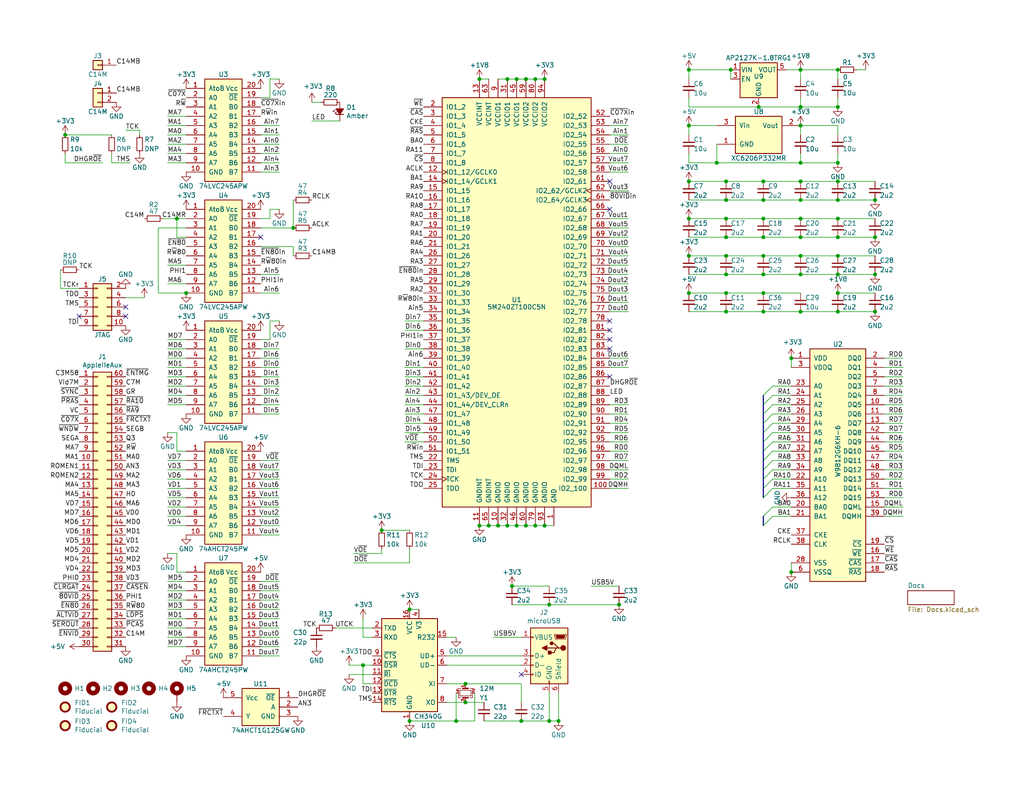
<source format=kicad_sch>
(kicad_sch (version 20230121) (generator eeschema)

  (uuid 0dd11af3-0465-4c84-bbb0-f3ae16a77316)

  (paper "USLetter")

  (title_block
    (title "GW4203C (RAM2E II) - EPM240 / 5M240Z / AG256")
    (date "2024-05-20")
    (rev "1.0")
    (company "Garrett's Workshop")
  )

  

  (junction (at 228.6 54.61) (diameter 0) (color 0 0 0 0)
    (uuid 0059b18c-bcd3-4c8e-823d-630a85b9047d)
  )
  (junction (at 208.28 59.69) (diameter 0) (color 0 0 0 0)
    (uuid 011b7542-9669-4748-a2e4-6e5efbb592b6)
  )
  (junction (at 198.12 80.01) (diameter 0) (color 0 0 0 0)
    (uuid 0a042fa6-8274-4040-b63f-e212b80e6556)
  )
  (junction (at 80.01 62.23) (diameter 0) (color 0 0 0 0)
    (uuid 0aab95f3-325b-4f6f-8922-62df77b62851)
  )
  (junction (at 218.44 19.05) (diameter 0) (color 0 0 0 0)
    (uuid 0c56f3ac-04fa-4baf-9d39-572641fd646b)
  )
  (junction (at 187.96 49.53) (diameter 0) (color 0 0 0 0)
    (uuid 0c7d1281-09ec-4048-ad18-f218874d7c78)
  )
  (junction (at 228.6 64.77) (diameter 0) (color 0 0 0 0)
    (uuid 14a12b81-849e-411d-858d-0b3108666163)
  )
  (junction (at 149.86 196.85) (diameter 0) (color 0 0 0 0)
    (uuid 1562f8b7-fa1c-410b-ab73-ce53b8301c5a)
  )
  (junction (at 228.6 85.09) (diameter 0) (color 0 0 0 0)
    (uuid 160dd0cd-8318-4108-a802-8e6045642334)
  )
  (junction (at 198.12 74.93) (diameter 0) (color 0 0 0 0)
    (uuid 194dd363-f81f-4344-8ffd-57d23bd8bc79)
  )
  (junction (at 228.6 80.01) (diameter 0) (color 0 0 0 0)
    (uuid 1cd200ba-3d14-43d9-b3ac-9e27038fe939)
  )
  (junction (at 208.28 69.85) (diameter 0) (color 0 0 0 0)
    (uuid 1f7e7493-60ff-4ae6-b57d-84ea206cb486)
  )
  (junction (at 218.44 85.09) (diameter 0) (color 0 0 0 0)
    (uuid 211b7878-7bca-43dd-b596-5167f5ee3af8)
  )
  (junction (at 208.28 64.77) (diameter 0) (color 0 0 0 0)
    (uuid 219597dd-4c29-49bc-ad89-395558238dc9)
  )
  (junction (at 111.76 166.37) (diameter 0) (color 0 0 0 0)
    (uuid 21ca9abf-ea57-49cf-9423-58199acae306)
  )
  (junction (at 168.91 165.1) (diameter 0) (color 0 0 0 0)
    (uuid 26900f7e-700e-40e0-9cf3-b701245dc78e)
  )
  (junction (at 228.6 74.93) (diameter 0) (color 0 0 0 0)
    (uuid 26d52578-7ede-47fa-ae07-a9b68c163c56)
  )
  (junction (at 238.76 64.77) (diameter 0) (color 0 0 0 0)
    (uuid 29417fc3-3202-4c46-9dce-f44c53ac5765)
  )
  (junction (at 198.12 69.85) (diameter 0) (color 0 0 0 0)
    (uuid 29fa37e8-eebc-4c34-915d-3f8165450826)
  )
  (junction (at 198.12 49.53) (diameter 0) (color 0 0 0 0)
    (uuid 2b50accc-18aa-4c4c-a193-633d6eb27012)
  )
  (junction (at 198.12 54.61) (diameter 0) (color 0 0 0 0)
    (uuid 2eb07d58-fd25-4d06-b564-9bc38bf2da07)
  )
  (junction (at 146.05 143.51) (diameter 0) (color 0 0 0 0)
    (uuid 2f97621e-6ee6-4240-866c-5eb89a8c2135)
  )
  (junction (at 215.9 97.79) (diameter 0) (color 0 0 0 0)
    (uuid 317ca426-ba7b-42b6-9322-3a8e6eb0907c)
  )
  (junction (at 152.4 196.85) (diameter 0) (color 0 0 0 0)
    (uuid 32aff099-2f21-4608-8ffe-15c7f7a66e22)
  )
  (junction (at 139.7 160.02) (diameter 0) (color 0 0 0 0)
    (uuid 39a0c9cc-7234-4fae-a6e6-3270f099ec44)
  )
  (junction (at 142.24 196.85) (diameter 0) (color 0 0 0 0)
    (uuid 3a811873-9631-49c6-bd6e-f9f117f4185b)
  )
  (junction (at 140.97 143.51) (diameter 0) (color 0 0 0 0)
    (uuid 3b6d1b5e-df37-407d-a191-c4d826f2ef4f)
  )
  (junction (at 199.39 19.05) (diameter 0) (color 0 0 0 0)
    (uuid 3dcd3ef5-cf00-440f-8384-20216c56afa4)
  )
  (junction (at 138.43 143.51) (diameter 0) (color 0 0 0 0)
    (uuid 44def0a9-c273-47e2-9e09-0873984426d9)
  )
  (junction (at 124.46 196.85) (diameter 0) (color 0 0 0 0)
    (uuid 4b43d8fa-192d-4b01-9066-4b536587fef2)
  )
  (junction (at 218.44 29.21) (diameter 0) (color 0 0 0 0)
    (uuid 4b6cd367-673b-4763-bfb0-2182335ae883)
  )
  (junction (at 146.05 21.59) (diameter 0) (color 0 0 0 0)
    (uuid 5351e433-1145-4526-b54c-4d932d32a44c)
  )
  (junction (at 218.44 44.45) (diameter 0) (color 0 0 0 0)
    (uuid 54fd5da1-2219-4046-9781-53935605ef32)
  )
  (junction (at 208.28 74.93) (diameter 0) (color 0 0 0 0)
    (uuid 56517e3d-b1d4-4ebc-95ac-90e4c96c174f)
  )
  (junction (at 187.96 80.01) (diameter 0) (color 0 0 0 0)
    (uuid 5d164c1c-6c96-4a22-a711-7e5ff7618d94)
  )
  (junction (at 218.44 49.53) (diameter 0) (color 0 0 0 0)
    (uuid 5e83c7d3-9a39-4259-aabb-b64d0908c93a)
  )
  (junction (at 208.28 80.01) (diameter 0) (color 0 0 0 0)
    (uuid 5f5dffa7-7098-47fb-981e-abf7abefd82a)
  )
  (junction (at 17.78 36.83) (diameter 0) (color 0 0 0 0)
    (uuid 65b918a4-b010-4840-b053-0a05307ba84d)
  )
  (junction (at 207.01 29.21) (diameter 0) (color 0 0 0 0)
    (uuid 6756d57a-a947-4642-9157-ff64064ac046)
  )
  (junction (at 148.59 21.59) (diameter 0) (color 0 0 0 0)
    (uuid 69bf2e86-dc67-4015-b785-ace70b1788f0)
  )
  (junction (at 198.12 85.09) (diameter 0) (color 0 0 0 0)
    (uuid 6d3b1ad9-d59b-44c6-8e7b-cea5b2d3f456)
  )
  (junction (at 187.96 59.69) (diameter 0) (color 0 0 0 0)
    (uuid 6dd9ea2c-88a3-4b2a-88ac-244a30bc4937)
  )
  (junction (at 138.43 21.59) (diameter 0) (color 0 0 0 0)
    (uuid 6f6aaae8-bd42-4946-8942-72593a5e81f7)
  )
  (junction (at 127 191.77) (diameter 0) (color 0 0 0 0)
    (uuid 756dbe77-564e-4ff5-9539-38cd8154f977)
  )
  (junction (at 140.97 21.59) (diameter 0) (color 0 0 0 0)
    (uuid 7b6a722c-c382-4903-b812-10180e243d14)
  )
  (junction (at 228.6 44.45) (diameter 0) (color 0 0 0 0)
    (uuid 8221dd51-8775-4897-b184-0ec081e09b74)
  )
  (junction (at 238.76 74.93) (diameter 0) (color 0 0 0 0)
    (uuid 83af5945-ea6f-4e76-b8b8-08749ac052a8)
  )
  (junction (at 215.9 156.21) (diameter 0) (color 0 0 0 0)
    (uuid 83f5b7cb-fd81-4212-9e4f-f840869dd073)
  )
  (junction (at 130.81 143.51) (diameter 0) (color 0 0 0 0)
    (uuid 849407f4-bdc9-4fcd-8ffb-3ba0bc4cdb0e)
  )
  (junction (at 133.35 143.51) (diameter 0) (color 0 0 0 0)
    (uuid 8c50f41d-a66b-4a1f-b05b-54a7611740bf)
  )
  (junction (at 198.12 64.77) (diameter 0) (color 0 0 0 0)
    (uuid 8d532e02-27bd-494c-a644-3f491d71ab2d)
  )
  (junction (at 208.28 85.09) (diameter 0) (color 0 0 0 0)
    (uuid 90839900-f1f8-4ce6-a65f-d9681111e9a0)
  )
  (junction (at 135.89 143.51) (diameter 0) (color 0 0 0 0)
    (uuid 92be92e1-db86-4c36-94e4-7b911752b343)
  )
  (junction (at 195.58 44.45) (diameter 0) (color 0 0 0 0)
    (uuid 94930711-6b70-4106-b24d-acb046fb6224)
  )
  (junction (at 218.44 59.69) (diameter 0) (color 0 0 0 0)
    (uuid 9612a49b-e04a-4da5-bf8a-7d03a70aeca6)
  )
  (junction (at 208.28 49.53) (diameter 0) (color 0 0 0 0)
    (uuid 9bba5f0c-715e-4657-8c84-6265d62d8288)
  )
  (junction (at 228.6 59.69) (diameter 0) (color 0 0 0 0)
    (uuid 9d053592-c297-48a9-aefc-09a25fa78b79)
  )
  (junction (at 238.76 85.09) (diameter 0) (color 0 0 0 0)
    (uuid a4b8bfef-1648-422c-bbba-f9b2cb873b99)
  )
  (junction (at 187.96 69.85) (diameter 0) (color 0 0 0 0)
    (uuid a70b1ed1-d692-4daa-b01a-36f5e1ad206c)
  )
  (junction (at 218.44 54.61) (diameter 0) (color 0 0 0 0)
    (uuid a7abc4d3-69d7-4897-8527-476a27436be0)
  )
  (junction (at 143.51 143.51) (diameter 0) (color 0 0 0 0)
    (uuid ab62a684-7fa7-4fce-bdc6-22b9b20739a8)
  )
  (junction (at 148.59 143.51) (diameter 0) (color 0 0 0 0)
    (uuid adb67abe-8f6c-4106-be1e-5dcc3853439c)
  )
  (junction (at 50.8 80.01) (diameter 0) (color 0 0 0 0)
    (uuid b4f2582b-db51-4fe2-8573-c61e30cfec1a)
  )
  (junction (at 143.51 21.59) (diameter 0) (color 0 0 0 0)
    (uuid bcda69b0-2eaa-401e-9446-c1ebefb34f66)
  )
  (junction (at 218.44 74.93) (diameter 0) (color 0 0 0 0)
    (uuid c1245f8b-6122-413d-89cd-936ee6602cef)
  )
  (junction (at 218.44 34.29) (diameter 0) (color 0 0 0 0)
    (uuid c1575617-34e1-42f0-a187-454d740838c6)
  )
  (junction (at 48.26 59.69) (diameter 0) (color 0 0 0 0)
    (uuid c1e18a9e-3ff8-471a-b719-7bb4509f6e99)
  )
  (junction (at 130.81 21.59) (diameter 0) (color 0 0 0 0)
    (uuid c9d011d7-8022-4d9d-987a-d2ef95faff05)
  )
  (junction (at 99.06 181.61) (diameter 0) (color 0 0 0 0)
    (uuid d1c281bd-4b75-46ad-b241-e4fbe5ad4da2)
  )
  (junction (at 187.96 19.05) (diameter 0) (color 0 0 0 0)
    (uuid d2133214-5d10-412a-9684-f750fe9bb0c3)
  )
  (junction (at 208.28 54.61) (diameter 0) (color 0 0 0 0)
    (uuid d581c5bd-5916-4f3c-a17d-63a8753f6ff4)
  )
  (junction (at 228.6 69.85) (diameter 0) (color 0 0 0 0)
    (uuid d68f3fa0-b572-46db-bdbe-97ac43a1cbb0)
  )
  (junction (at 111.76 196.85) (diameter 0) (color 0 0 0 0)
    (uuid ddbcd314-1506-4933-b457-886200a50a5c)
  )
  (junction (at 198.12 59.69) (diameter 0) (color 0 0 0 0)
    (uuid dffa7438-79a0-4174-bb5b-a58d3090f13c)
  )
  (junction (at 218.44 64.77) (diameter 0) (color 0 0 0 0)
    (uuid e0476451-ca9f-4e1d-b8a2-8d093bdf070c)
  )
  (junction (at 127 186.69) (diameter 0) (color 0 0 0 0)
    (uuid e0a987c5-8169-4afc-ac9a-df7071f8a54e)
  )
  (junction (at 228.6 19.05) (diameter 0) (color 0 0 0 0)
    (uuid e31343fa-c287-4dbb-84c4-47fd35ee6c18)
  )
  (junction (at 228.6 49.53) (diameter 0) (color 0 0 0 0)
    (uuid ec4e95dc-ccd0-40ab-a8c9-cd8810f64c59)
  )
  (junction (at 104.14 144.78) (diameter 0) (color 0 0 0 0)
    (uuid ed5a319c-a74e-4653-a8c3-e393355e47c3)
  )
  (junction (at 228.6 29.21) (diameter 0) (color 0 0 0 0)
    (uuid f2c83551-71c4-47c9-972d-2329787b9b2a)
  )
  (junction (at 149.86 165.1) (diameter 0) (color 0 0 0 0)
    (uuid f4731846-bca5-49d4-a728-47b6eb147050)
  )
  (junction (at 238.76 54.61) (diameter 0) (color 0 0 0 0)
    (uuid f661fc3b-486a-4276-80fa-a47ceae15c29)
  )
  (junction (at 187.96 34.29) (diameter 0) (color 0 0 0 0)
    (uuid fd641bc8-36ae-4fe1-94af-ab5a6f6ddebd)
  )
  (junction (at 218.44 69.85) (diameter 0) (color 0 0 0 0)
    (uuid fe948141-dfb5-45fe-8571-f06b20a10154)
  )

  (no_connect (at 71.12 64.77) (uuid 1dad6c87-1b1c-4c56-8f12-fa160d4940b5))
  (no_connect (at 166.37 102.87) (uuid 3f1ac660-9317-4266-8945-8d9cc2c276f0))
  (no_connect (at 166.37 49.53) (uuid 4beeb98d-936e-4ba6-8677-13ba0ac6ec2e))
  (no_connect (at 166.37 57.15) (uuid 6d9e4232-a0f1-4f9a-ac74-9b9bde238965))
  (no_connect (at 142.24 184.15) (uuid 7749c44b-dab4-41d1-9c8a-5be15a18f369))
  (no_connect (at 21.59 86.36) (uuid acf96ce8-9651-41ca-8b58-c7a6d5ab404f))
  (no_connect (at 166.37 95.25) (uuid c12553ee-aac9-4328-a3ca-3aec688d527f))
  (no_connect (at 34.29 86.36) (uuid d60cc1d4-8d2a-4bf0-b1f3-a6caf49e6682))
  (no_connect (at 166.37 87.63) (uuid e38999cb-c37a-470d-a317-9ce787e283e3))
  (no_connect (at 166.37 90.17) (uuid e9588708-bc08-427f-af11-a32aeab85a37))
  (no_connect (at 34.29 83.82) (uuid ee7bb785-8a53-443b-979e-b5f7fdfab84d))
  (no_connect (at 166.37 92.71) (uuid fcf50225-0512-4553-9bbc-60375ef03aa3))

  (bus_entry (at 210.82 128.27) (size -2.54 2.54)
    (stroke (width 0) (type default))
    (uuid 029f1e89-6833-433d-a0c0-26e14a6218b1)
  )
  (bus_entry (at 210.82 110.49) (size -2.54 2.54)
    (stroke (width 0) (type default))
    (uuid 0576f4ba-1d68-496c-9d38-6837afd7afe7)
  )
  (bus_entry (at 210.82 133.35) (size -2.54 2.54)
    (stroke (width 0) (type default))
    (uuid 477e4c54-d0d4-4000-bda5-e15e8763678b)
  )
  (bus_entry (at 210.82 130.81) (size -2.54 2.54)
    (stroke (width 0) (type default))
    (uuid 76e18a51-dee4-4dd7-86f8-5c3ed817632e)
  )
  (bus_entry (at 210.82 107.95) (size -2.54 2.54)
    (stroke (width 0) (type default))
    (uuid 96a2ceda-22bb-49af-a29a-64aba556876e)
  )
  (bus_entry (at 210.82 120.65) (size -2.54 2.54)
    (stroke (width 0) (type default))
    (uuid 9aa41e7d-e963-46f9-ade5-1761d4e5afce)
  )
  (bus_entry (at 210.82 138.43) (size -2.54 2.54)
    (stroke (width 0) (type default))
    (uuid 9f0de424-1606-41b2-bc38-c7cbd6d941a9)
  )
  (bus_entry (at 210.82 125.73) (size -2.54 2.54)
    (stroke (width 0) (type default))
    (uuid a7f28309-a719-4354-a362-06b80aab9d35)
  )
  (bus_entry (at 210.82 105.41) (size -2.54 2.54)
    (stroke (width 0) (type default))
    (uuid ac7eff84-105e-43a8-869b-974745cf33c6)
  )
  (bus_entry (at 210.82 113.03) (size -2.54 2.54)
    (stroke (width 0) (type default))
    (uuid bf274bc3-9eaf-461a-938d-89a34df3fc41)
  )
  (bus_entry (at 210.82 118.11) (size -2.54 2.54)
    (stroke (width 0) (type default))
    (uuid c2dd908b-a03b-43d8-a169-1cc496f35078)
  )
  (bus_entry (at 210.82 140.97) (size -2.54 2.54)
    (stroke (width 0) (type default))
    (uuid f20f9977-4343-4f16-b439-67a15c4e4c61)
  )
  (bus_entry (at 210.82 123.19) (size -2.54 2.54)
    (stroke (width 0) (type default))
    (uuid f5fa5106-9a59-45fd-9cef-ce559a9ad8b6)
  )
  (bus_entry (at 210.82 115.57) (size -2.54 2.54)
    (stroke (width 0) (type default))
    (uuid fe00ebbb-70f4-4930-b032-b5297bdcdb2a)
  )

  (wire (pts (xy 149.86 165.1) (xy 168.91 165.1))
    (stroke (width 0) (type default))
    (uuid 005709bf-c560-49f2-8558-33f3d9399194)
  )
  (wire (pts (xy 76.2 41.91) (xy 71.12 41.91))
    (stroke (width 0) (type default))
    (uuid 0128f967-35c6-4c3d-be5c-2077acb3d0d0)
  )
  (wire (pts (xy 110.49 95.25) (xy 115.57 95.25))
    (stroke (width 0) (type default))
    (uuid 014510ed-e339-41ba-8ccf-1a30dc512f19)
  )
  (wire (pts (xy 76.2 34.29) (xy 71.12 34.29))
    (stroke (width 0) (type default))
    (uuid 020f3f72-2162-4ed8-aec2-8ba6831812ff)
  )
  (wire (pts (xy 198.12 59.69) (xy 208.28 59.69))
    (stroke (width 0) (type default))
    (uuid 03e3892e-4eed-4dd0-b962-325820e5000f)
  )
  (wire (pts (xy 45.72 138.43) (xy 50.8 138.43))
    (stroke (width 0) (type default))
    (uuid 04f52f69-8fd3-4d21-8c02-6b4327316742)
  )
  (wire (pts (xy 166.37 130.81) (xy 171.45 130.81))
    (stroke (width 0) (type default))
    (uuid 06e8422a-f5f2-4c42-931b-d8a2e0861e56)
  )
  (wire (pts (xy 187.96 49.53) (xy 198.12 49.53))
    (stroke (width 0) (type default))
    (uuid 079bc002-badd-4a9d-8064-67eb157fc4d5)
  )
  (wire (pts (xy 198.12 74.93) (xy 208.28 74.93))
    (stroke (width 0) (type default))
    (uuid 07d71b67-ffb6-4ab8-8635-2c09b64d53cd)
  )
  (wire (pts (xy 171.45 115.57) (xy 166.37 115.57))
    (stroke (width 0) (type default))
    (uuid 07dfff43-f9a2-44e3-af20-cdd25e535814)
  )
  (wire (pts (xy 76.2 166.37) (xy 71.12 166.37))
    (stroke (width 0) (type default))
    (uuid 08284c14-675d-42f1-8c55-2ffa3589218f)
  )
  (wire (pts (xy 80.01 54.61) (xy 80.01 62.23))
    (stroke (width 0) (type default))
    (uuid 08472b81-db9d-4cf7-9421-23d64ba8ef29)
  )
  (wire (pts (xy 45.72 168.91) (xy 50.8 168.91))
    (stroke (width 0) (type default))
    (uuid 088af8af-30e0-4d66-b5ac-befca9addc81)
  )
  (wire (pts (xy 149.86 196.85) (xy 142.24 196.85))
    (stroke (width 0) (type default))
    (uuid 08a2644a-b7f8-4e60-81f3-39c6ce251015)
  )
  (wire (pts (xy 171.45 62.23) (xy 166.37 62.23))
    (stroke (width 0) (type default))
    (uuid 08f1a4a0-6eaf-419d-bf83-10c092fc6738)
  )
  (wire (pts (xy 76.2 100.33) (xy 71.12 100.33))
    (stroke (width 0) (type default))
    (uuid 08f928a7-9c83-4b91-ac01-a79d63f2d45f)
  )
  (wire (pts (xy 17.78 44.45) (xy 17.78 41.91))
    (stroke (width 0) (type default))
    (uuid 0967ba8f-0810-4f5f-b1d9-28b7503cad3d)
  )
  (wire (pts (xy 50.8 156.21) (xy 48.26 156.21))
    (stroke (width 0) (type default))
    (uuid 097be1ed-1ded-4f86-b186-8c6577eb2c26)
  )
  (wire (pts (xy 76.2 161.29) (xy 71.12 161.29))
    (stroke (width 0) (type default))
    (uuid 0bf85ec3-be49-4b1a-acdc-00146ad2d723)
  )
  (wire (pts (xy 73.66 57.15) (xy 73.66 59.69))
    (stroke (width 0) (type default))
    (uuid 0c3587c5-1508-4f1a-bd5e-452d3f4e92aa)
  )
  (wire (pts (xy 166.37 123.19) (xy 171.45 123.19))
    (stroke (width 0) (type default))
    (uuid 0d6c18c7-944b-40bd-ab99-cd418f48e7f3)
  )
  (wire (pts (xy 187.96 29.21) (xy 207.01 29.21))
    (stroke (width 0) (type default))
    (uuid 0fc1c104-49af-41ef-927a-86065cf9244d)
  )
  (wire (pts (xy 45.72 163.83) (xy 50.8 163.83))
    (stroke (width 0) (type default))
    (uuid 102379cf-b0c5-4970-816a-fb3e0ded86e8)
  )
  (wire (pts (xy 45.72 173.99) (xy 50.8 173.99))
    (stroke (width 0) (type default))
    (uuid 109a9a14-cdea-4523-8c38-4c274db3ad11)
  )
  (wire (pts (xy 215.9 115.57) (xy 210.82 115.57))
    (stroke (width 0) (type default))
    (uuid 10cfd500-1ad9-4632-a3aa-36623b61aec2)
  )
  (wire (pts (xy 246.38 118.11) (xy 241.3 118.11))
    (stroke (width 0) (type default))
    (uuid 119ee50b-3759-4653-899d-72997c5d81ca)
  )
  (wire (pts (xy 215.9 130.81) (xy 210.82 130.81))
    (stroke (width 0) (type default))
    (uuid 11b19dbd-1713-498a-8603-a9528169638e)
  )
  (bus (pts (xy 208.28 128.27) (xy 208.28 130.81))
    (stroke (width 0) (type default))
    (uuid 1255d308-4cf7-4574-91ab-0ce746d7c1a0)
  )

  (wire (pts (xy 96.52 151.13) (xy 104.14 151.13))
    (stroke (width 0) (type default))
    (uuid 125bdb8b-c661-4a3d-8ccc-49e2b464aee8)
  )
  (wire (pts (xy 171.45 85.09) (xy 166.37 85.09))
    (stroke (width 0) (type default))
    (uuid 12d3fcef-d982-444b-be71-681e941cf0e6)
  )
  (wire (pts (xy 76.2 95.25) (xy 71.12 95.25))
    (stroke (width 0) (type default))
    (uuid 12efa229-efc6-41c3-a5d2-237b462d86b8)
  )
  (wire (pts (xy 76.2 163.83) (xy 71.12 163.83))
    (stroke (width 0) (type default))
    (uuid 152a7787-4307-471c-aae3-cae4528157b4)
  )
  (wire (pts (xy 187.96 74.93) (xy 198.12 74.93))
    (stroke (width 0) (type default))
    (uuid 1555d3f4-4a3c-4b27-bc73-568bbdf65126)
  )
  (wire (pts (xy 76.2 107.95) (xy 71.12 107.95))
    (stroke (width 0) (type default))
    (uuid 15d0a934-09dc-49de-8d88-8d84712e19e4)
  )
  (wire (pts (xy 16.51 73.66) (xy 16.51 78.74))
    (stroke (width 0) (type default))
    (uuid 1640afd8-66d7-49ec-9cf8-03851db4909d)
  )
  (wire (pts (xy 45.72 105.41) (xy 50.8 105.41))
    (stroke (width 0) (type default))
    (uuid 1761b802-ce77-42da-8328-8beec646adce)
  )
  (wire (pts (xy 139.7 160.02) (xy 149.86 160.02))
    (stroke (width 0) (type default))
    (uuid 177cb4fb-4d8c-4fc0-bcac-da77eb0775a0)
  )
  (wire (pts (xy 171.45 113.03) (xy 166.37 113.03))
    (stroke (width 0) (type default))
    (uuid 1945cc98-8eaa-4a54-b125-dd97cf5f26f7)
  )
  (wire (pts (xy 238.76 85.09) (xy 228.6 85.09))
    (stroke (width 0) (type default))
    (uuid 19ff236d-87e1-47b4-81ff-a7165c367414)
  )
  (wire (pts (xy 48.26 123.19) (xy 48.26 118.11))
    (stroke (width 0) (type default))
    (uuid 1a4f9a0e-0aad-4b91-a0b2-d5cd57a3f45e)
  )
  (wire (pts (xy 187.96 44.45) (xy 195.58 44.45))
    (stroke (width 0) (type default))
    (uuid 1a620923-2b7a-49f8-9a25-f605b1cb349a)
  )
  (wire (pts (xy 43.18 62.23) (xy 43.18 80.01))
    (stroke (width 0) (type default))
    (uuid 1b857bb7-1b9d-4943-a688-d84edce47304)
  )
  (wire (pts (xy 218.44 29.21) (xy 218.44 26.67))
    (stroke (width 0) (type default))
    (uuid 1b89f872-adbf-40ca-b2ac-a5c2e1ad903c)
  )
  (wire (pts (xy 43.18 80.01) (xy 50.8 80.01))
    (stroke (width 0) (type default))
    (uuid 1bc1c667-c167-4a82-ad4c-353836bd2105)
  )
  (wire (pts (xy 121.92 186.69) (xy 127 186.69))
    (stroke (width 0) (type default))
    (uuid 1bc4e259-a429-4d1a-b8d4-690fe40112fd)
  )
  (wire (pts (xy 21.59 78.74) (xy 16.51 78.74))
    (stroke (width 0) (type default))
    (uuid 1cc15376-6d3b-49ae-84cd-aa499ee3e3cc)
  )
  (wire (pts (xy 127 186.69) (xy 142.24 186.69))
    (stroke (width 0) (type default))
    (uuid 1da07f4b-043c-4574-8337-e4407f4e20c5)
  )
  (wire (pts (xy 148.59 143.51) (xy 151.13 143.51))
    (stroke (width 0) (type default))
    (uuid 1efbbe38-c041-476f-9eb6-04608fbd85d0)
  )
  (wire (pts (xy 218.44 74.93) (xy 228.6 74.93))
    (stroke (width 0) (type default))
    (uuid 1f170376-a208-4fe9-8620-e0bed14414fe)
  )
  (wire (pts (xy 161.29 160.02) (xy 168.91 160.02))
    (stroke (width 0) (type default))
    (uuid 2078ee27-b645-46c0-8a27-d08382552a53)
  )
  (wire (pts (xy 45.72 176.53) (xy 50.8 176.53))
    (stroke (width 0) (type default))
    (uuid 20a8402f-44f7-469d-a276-8c1f8f5d2814)
  )
  (wire (pts (xy 215.9 107.95) (xy 210.82 107.95))
    (stroke (width 0) (type default))
    (uuid 2127a8c1-3c14-452e-b492-7fe3db8b903a)
  )
  (wire (pts (xy 76.2 146.05) (xy 71.12 146.05))
    (stroke (width 0) (type default))
    (uuid 2198f966-1e9b-43b9-8f6c-8bb2c38b5885)
  )
  (wire (pts (xy 246.38 128.27) (xy 241.3 128.27))
    (stroke (width 0) (type default))
    (uuid 21dfa52e-b772-42b1-917d-0d9b2d695c03)
  )
  (wire (pts (xy 215.9 140.97) (xy 210.82 140.97))
    (stroke (width 0) (type default))
    (uuid 221395ac-01cd-4679-b134-43957f06b181)
  )
  (wire (pts (xy 110.49 107.95) (xy 115.57 107.95))
    (stroke (width 0) (type default))
    (uuid 23ecfdf9-f002-4317-8079-2960bb43c0ac)
  )
  (wire (pts (xy 76.2 36.83) (xy 71.12 36.83))
    (stroke (width 0) (type default))
    (uuid 248a3372-36ef-47c0-be8c-3b4166438279)
  )
  (wire (pts (xy 71.12 158.75) (xy 76.2 158.75))
    (stroke (width 0) (type default))
    (uuid 2521eb03-65b3-425d-bc1a-da85d4811a90)
  )
  (wire (pts (xy 76.2 173.99) (xy 71.12 173.99))
    (stroke (width 0) (type default))
    (uuid 262cf6e0-a274-45b2-8388-5f0e267f8a3c)
  )
  (wire (pts (xy 171.45 69.85) (xy 166.37 69.85))
    (stroke (width 0) (type default))
    (uuid 26b6244c-c72f-4e5f-98f4-6de2f53e041f)
  )
  (wire (pts (xy 48.26 118.11) (xy 45.72 118.11))
    (stroke (width 0) (type default))
    (uuid 27045176-b7ff-41a4-97c6-4ceb2e45c6f5)
  )
  (wire (pts (xy 143.51 143.51) (xy 140.97 143.51))
    (stroke (width 0) (type default))
    (uuid 27607d1f-e77b-47b7-aad6-23f308062c7f)
  )
  (wire (pts (xy 148.59 143.51) (xy 146.05 143.51))
    (stroke (width 0) (type default))
    (uuid 287ddbb4-96c3-4c79-b9a7-1f34913d0d9a)
  )
  (wire (pts (xy 115.57 120.65) (xy 110.49 120.65))
    (stroke (width 0) (type default))
    (uuid 28d3bc8f-3c64-4f16-9ff9-6f16404fd02b)
  )
  (wire (pts (xy 215.9 123.19) (xy 210.82 123.19))
    (stroke (width 0) (type default))
    (uuid 29299772-d96f-48cd-9757-36d928cd151f)
  )
  (wire (pts (xy 45.72 166.37) (xy 50.8 166.37))
    (stroke (width 0) (type default))
    (uuid 2a54b129-c89c-42d5-8665-6603aa18b80e)
  )
  (wire (pts (xy 76.2 44.45) (xy 71.12 44.45))
    (stroke (width 0) (type default))
    (uuid 2af6c12c-6336-45b1-bb6b-ac7916b8504e)
  )
  (wire (pts (xy 228.6 49.53) (xy 238.76 49.53))
    (stroke (width 0) (type default))
    (uuid 2b077aa5-326f-422b-a94a-65bd6d88cc3d)
  )
  (wire (pts (xy 110.49 118.11) (xy 115.57 118.11))
    (stroke (width 0) (type default))
    (uuid 2b35f28d-190e-4830-8ae7-f2b301f02b96)
  )
  (wire (pts (xy 121.92 173.99) (xy 124.46 173.99))
    (stroke (width 0) (type default))
    (uuid 2b4f9f0f-d78f-497e-8409-984ad6411ab2)
  )
  (wire (pts (xy 208.28 49.53) (xy 218.44 49.53))
    (stroke (width 0) (type default))
    (uuid 2d08ffb2-9490-4c38-8657-0be49696aab4)
  )
  (wire (pts (xy 198.12 49.53) (xy 208.28 49.53))
    (stroke (width 0) (type default))
    (uuid 2e1bc710-4228-4a81-8283-0fe02dd32e72)
  )
  (wire (pts (xy 85.09 27.94) (xy 87.63 27.94))
    (stroke (width 0) (type default))
    (uuid 2ef0029e-168c-4ead-bc99-39df34e10cbe)
  )
  (wire (pts (xy 246.38 133.35) (xy 241.3 133.35))
    (stroke (width 0) (type default))
    (uuid 2f587dee-d735-4854-be32-3a01529f2e64)
  )
  (wire (pts (xy 228.6 74.93) (xy 238.76 74.93))
    (stroke (width 0) (type default))
    (uuid 2fe7a36b-539f-450e-95ae-4b9b7c4198fa)
  )
  (wire (pts (xy 76.2 143.51) (xy 71.12 143.51))
    (stroke (width 0) (type default))
    (uuid 30dd4cd6-1f2b-44a4-8479-14b5428c5920)
  )
  (wire (pts (xy 208.28 80.01) (xy 218.44 80.01))
    (stroke (width 0) (type default))
    (uuid 310a2b6a-62a5-4045-bcf1-09ee3f1069bd)
  )
  (wire (pts (xy 45.72 44.45) (xy 50.8 44.45))
    (stroke (width 0) (type default))
    (uuid 31a0033c-7480-4bd1-9608-615387199ee1)
  )
  (wire (pts (xy 73.66 57.15) (xy 76.2 57.15))
    (stroke (width 0) (type default))
    (uuid 324730de-9d8e-4937-a766-7965985b7a25)
  )
  (wire (pts (xy 71.12 67.31) (xy 80.01 67.31))
    (stroke (width 0) (type default))
    (uuid 32963958-da5e-4670-b9ab-d96c64cdf9d4)
  )
  (wire (pts (xy 104.14 149.86) (xy 104.14 151.13))
    (stroke (width 0) (type default))
    (uuid 336d9818-9c77-4526-8b6b-ef31b02a912a)
  )
  (wire (pts (xy 215.9 138.43) (xy 210.82 138.43))
    (stroke (width 0) (type default))
    (uuid 33da1b94-6b6e-4ef8-b959-2c50fd0ef737)
  )
  (wire (pts (xy 127 191.77) (xy 132.08 191.77))
    (stroke (width 0) (type default))
    (uuid 355d1c6c-03eb-4a22-93c4-15589047bf51)
  )
  (wire (pts (xy 76.2 135.89) (xy 71.12 135.89))
    (stroke (width 0) (type default))
    (uuid 35ea0bba-cc5c-4fbf-84b5-195c6f90a50c)
  )
  (wire (pts (xy 71.12 26.67) (xy 73.66 26.67))
    (stroke (width 0) (type default))
    (uuid 371c9b56-6567-48cb-9cd8-c6275ff35154)
  )
  (wire (pts (xy 45.72 41.91) (xy 50.8 41.91))
    (stroke (width 0) (type default))
    (uuid 371dd5ca-3170-467a-8038-75f79a4e7072)
  )
  (wire (pts (xy 17.78 44.45) (xy 27.94 44.45))
    (stroke (width 0) (type default))
    (uuid 37533def-1635-4b49-9f69-0ec52029b5f6)
  )
  (bus (pts (xy 208.28 125.73) (xy 208.28 128.27))
    (stroke (width 0) (type default))
    (uuid 37884c50-deb4-4714-bd01-4bc4942ab872)
  )

  (wire (pts (xy 45.72 133.35) (xy 50.8 133.35))
    (stroke (width 0) (type default))
    (uuid 395e7347-1e6e-4e1b-a3d3-34d7e039d3d4)
  )
  (wire (pts (xy 246.38 123.19) (xy 241.3 123.19))
    (stroke (width 0) (type default))
    (uuid 3c01bd12-1fe5-4184-ac9c-fb6421701d1e)
  )
  (wire (pts (xy 45.72 128.27) (xy 50.8 128.27))
    (stroke (width 0) (type default))
    (uuid 3c6fb61b-271c-4f62-9a8b-ca6e4302b9c8)
  )
  (wire (pts (xy 95.25 181.61) (xy 99.06 181.61))
    (stroke (width 0) (type default))
    (uuid 3fec6bd7-8928-409d-bc32-7ed5ed3150a6)
  )
  (wire (pts (xy 45.72 72.39) (xy 50.8 72.39))
    (stroke (width 0) (type default))
    (uuid 403f0cd9-a285-449b-8d66-9cf3e1aaaae8)
  )
  (wire (pts (xy 142.24 196.85) (xy 132.08 196.85))
    (stroke (width 0) (type default))
    (uuid 40756da3-ef61-40ac-a2e1-e722e91d7b0e)
  )
  (wire (pts (xy 48.26 59.69) (xy 48.26 64.77))
    (stroke (width 0) (type default))
    (uuid 41167c49-98d4-4348-be76-6c2cb9c4f5e1)
  )
  (wire (pts (xy 44.45 59.69) (xy 48.26 59.69))
    (stroke (width 0) (type default))
    (uuid 458cf876-2052-4381-81c8-9d2a8f86b233)
  )
  (wire (pts (xy 45.72 102.87) (xy 50.8 102.87))
    (stroke (width 0) (type default))
    (uuid 480ef8c3-f8fb-4a17-b015-b3cb850c82ac)
  )
  (wire (pts (xy 110.49 115.57) (xy 115.57 115.57))
    (stroke (width 0) (type default))
    (uuid 48770c6d-f6ae-42db-924e-d1c39b81667c)
  )
  (wire (pts (xy 76.2 130.81) (xy 71.12 130.81))
    (stroke (width 0) (type default))
    (uuid 4a4ffcd2-406d-4cdc-bd51-d9c3e5f081a2)
  )
  (wire (pts (xy 246.38 105.41) (xy 241.3 105.41))
    (stroke (width 0) (type default))
    (uuid 4aabebd3-2e08-46e5-a29a-8080039d1c03)
  )
  (wire (pts (xy 38.1 35.56) (xy 34.29 35.56))
    (stroke (width 0) (type default))
    (uuid 4cb3b2e6-0242-46aa-8b21-91b682c00dcc)
  )
  (wire (pts (xy 215.9 156.21) (xy 215.9 153.67))
    (stroke (width 0) (type default))
    (uuid 4ce25ae4-3387-4954-a939-7cba91df6d93)
  )
  (wire (pts (xy 139.7 165.1) (xy 149.86 165.1))
    (stroke (width 0) (type default))
    (uuid 4f37762a-9682-4adc-b328-3bc060a67f21)
  )
  (wire (pts (xy 171.45 110.49) (xy 166.37 110.49))
    (stroke (width 0) (type default))
    (uuid 504bb904-b6ef-4dc1-b8e7-8e05e9282ca9)
  )
  (wire (pts (xy 146.05 21.59) (xy 143.51 21.59))
    (stroke (width 0) (type default))
    (uuid 51e6fbde-ce39-4958-b8b5-4ea6b4a08073)
  )
  (wire (pts (xy 228.6 44.45) (xy 228.6 41.91))
    (stroke (width 0) (type default))
    (uuid 528c5930-78fb-43ad-b1e8-efc4c8159c0b)
  )
  (bus (pts (xy 208.28 133.35) (xy 208.28 135.89))
    (stroke (width 0) (type default))
    (uuid 53244e19-7668-4ace-aaa2-2d75ca434980)
  )

  (wire (pts (xy 48.26 151.13) (xy 45.72 151.13))
    (stroke (width 0) (type default))
    (uuid 53a9cb55-2f60-4bff-80ab-e9937a0a5537)
  )
  (wire (pts (xy 246.38 107.95) (xy 241.3 107.95))
    (stroke (width 0) (type default))
    (uuid 53b7f516-0e18-40c6-8679-68a3a94db3ba)
  )
  (wire (pts (xy 218.44 21.59) (xy 218.44 19.05))
    (stroke (width 0) (type default))
    (uuid 54e48f08-3731-4d42-9b1f-6394793e7bf2)
  )
  (wire (pts (xy 187.96 29.21) (xy 187.96 26.67))
    (stroke (width 0) (type default))
    (uuid 54e4e498-0ddb-428d-abbd-28cf4fdcc81b)
  )
  (wire (pts (xy 215.9 113.03) (xy 210.82 113.03))
    (stroke (width 0) (type default))
    (uuid 5531a060-f0d0-4850-9752-44f29ab4a628)
  )
  (wire (pts (xy 246.38 102.87) (xy 241.3 102.87))
    (stroke (width 0) (type default))
    (uuid 5676a45d-d388-4f71-ae14-4c5d67d8d9dd)
  )
  (wire (pts (xy 45.72 171.45) (xy 50.8 171.45))
    (stroke (width 0) (type default))
    (uuid 56a0f2ce-bc82-4ce7-939d-955498a84337)
  )
  (wire (pts (xy 130.81 21.59) (xy 133.35 21.59))
    (stroke (width 0) (type default))
    (uuid 572540e7-0916-462c-bc7b-d2c896789994)
  )
  (wire (pts (xy 218.44 69.85) (xy 228.6 69.85))
    (stroke (width 0) (type default))
    (uuid 574e6c98-202a-4c73-94fc-ccace90851b5)
  )
  (wire (pts (xy 76.2 133.35) (xy 71.12 133.35))
    (stroke (width 0) (type default))
    (uuid 57591bcb-4ae9-4e14-98e8-ca326455c5f3)
  )
  (wire (pts (xy 143.51 21.59) (xy 140.97 21.59))
    (stroke (width 0) (type default))
    (uuid 57f22bcf-ebe3-4d4f-ac03-2ea98385d22a)
  )
  (wire (pts (xy 195.58 44.45) (xy 195.58 39.37))
    (stroke (width 0) (type default))
    (uuid 58686521-ac7d-4643-bafc-57ab4c4a46a9)
  )
  (wire (pts (xy 48.26 64.77) (xy 50.8 64.77))
    (stroke (width 0) (type default))
    (uuid 5918c497-8f26-46d4-9b01-c1b01a95f214)
  )
  (wire (pts (xy 104.14 144.78) (xy 111.76 144.78))
    (stroke (width 0) (type default))
    (uuid 5924219d-4ee3-42be-ad02-140b33854dfa)
  )
  (wire (pts (xy 228.6 34.29) (xy 218.44 34.29))
    (stroke (width 0) (type default))
    (uuid 59fad513-9b3e-458c-b252-fb5b084b759a)
  )
  (bus (pts (xy 208.28 130.81) (xy 208.28 133.35))
    (stroke (width 0) (type default))
    (uuid 5a6aea9e-ad99-4072-a714-d2585e93c085)
  )

  (wire (pts (xy 187.96 19.05) (xy 187.96 21.59))
    (stroke (width 0) (type default))
    (uuid 5a74faee-196a-4f1e-98ee-d73326fa4c02)
  )
  (bus (pts (xy 208.28 107.95) (xy 208.28 110.49))
    (stroke (width 0) (type default))
    (uuid 5c449da8-fe19-4781-b722-9b840a0e07a5)
  )

  (wire (pts (xy 17.78 36.83) (xy 30.48 36.83))
    (stroke (width 0) (type default))
    (uuid 5f29ccf9-eb62-44cb-90c6-ec091c1ed605)
  )
  (wire (pts (xy 171.45 100.33) (xy 166.37 100.33))
    (stroke (width 0) (type default))
    (uuid 6086315b-9945-4dc6-a6cb-b6b44db7fcc1)
  )
  (wire (pts (xy 171.45 77.47) (xy 166.37 77.47))
    (stroke (width 0) (type default))
    (uuid 615de56d-da17-4f8e-ba22-ff849d5b4ed8)
  )
  (wire (pts (xy 71.12 125.73) (xy 76.2 125.73))
    (stroke (width 0) (type default))
    (uuid 620ac344-0298-48f7-ac7b-185285dea01d)
  )
  (wire (pts (xy 45.72 135.89) (xy 50.8 135.89))
    (stroke (width 0) (type default))
    (uuid 628511c4-607f-4257-be68-015b9fd98d9e)
  )
  (wire (pts (xy 110.49 102.87) (xy 115.57 102.87))
    (stroke (width 0) (type default))
    (uuid 64da7863-94d2-47aa-adac-5487f1053e05)
  )
  (wire (pts (xy 171.45 74.93) (xy 166.37 74.93))
    (stroke (width 0) (type default))
    (uuid 64f5d331-b08a-4b99-850c-6d754274cd45)
  )
  (wire (pts (xy 171.45 64.77) (xy 166.37 64.77))
    (stroke (width 0) (type default))
    (uuid 66de6009-c167-4cc2-9e16-273ff38a85c1)
  )
  (wire (pts (xy 138.43 143.51) (xy 135.89 143.51))
    (stroke (width 0) (type default))
    (uuid 68e73c5d-1c29-465f-a273-3261a770daf5)
  )
  (wire (pts (xy 187.96 34.29) (xy 195.58 34.29))
    (stroke (width 0) (type default))
    (uuid 6907eebb-6326-46bc-b25e-987d67ca71cc)
  )
  (bus (pts (xy 208.28 115.57) (xy 208.28 118.11))
    (stroke (width 0) (type default))
    (uuid 69a8628b-c40a-4215-aa1e-6abdf82cc49a)
  )

  (wire (pts (xy 110.49 110.49) (xy 115.57 110.49))
    (stroke (width 0) (type default))
    (uuid 6c3947ed-c0be-484d-a924-0ad97a9ea3ce)
  )
  (wire (pts (xy 246.38 135.89) (xy 241.3 135.89))
    (stroke (width 0) (type default))
    (uuid 6d279d2b-7a98-4bc5-8c92-18fbcadff0e3)
  )
  (wire (pts (xy 76.2 171.45) (xy 71.12 171.45))
    (stroke (width 0) (type default))
    (uuid 6dc8ab32-f041-456e-8799-b7f485b50fb4)
  )
  (wire (pts (xy 218.44 29.21) (xy 228.6 29.21))
    (stroke (width 0) (type default))
    (uuid 71f0f492-c396-49c6-b8b4-0ff66427c4f6)
  )
  (wire (pts (xy 146.05 143.51) (xy 143.51 143.51))
    (stroke (width 0) (type default))
    (uuid 73266f56-2df9-4d76-809e-504768dc7072)
  )
  (wire (pts (xy 45.72 77.47) (xy 50.8 77.47))
    (stroke (width 0) (type default))
    (uuid 73cbe26f-9c3d-45cb-aa8a-afa8a377c877)
  )
  (wire (pts (xy 215.9 128.27) (xy 210.82 128.27))
    (stroke (width 0) (type default))
    (uuid 746fcf3a-a36c-4631-8904-065674d8dd01)
  )
  (wire (pts (xy 215.9 100.33) (xy 215.9 97.79))
    (stroke (width 0) (type default))
    (uuid 76a5cae9-e984-44cc-888a-df9dd533d602)
  )
  (wire (pts (xy 228.6 36.83) (xy 228.6 34.29))
    (stroke (width 0) (type default))
    (uuid 771825db-a348-4ff8-af85-e1920b62b376)
  )
  (wire (pts (xy 187.96 80.01) (xy 198.12 80.01))
    (stroke (width 0) (type default))
    (uuid 77419559-24e6-4011-a786-1f288db0ae42)
  )
  (wire (pts (xy 30.48 44.45) (xy 30.48 41.91))
    (stroke (width 0) (type default))
    (uuid 774a81a8-6c47-4cc8-a1d0-18fd149d7342)
  )
  (wire (pts (xy 228.6 64.77) (xy 238.76 64.77))
    (stroke (width 0) (type default))
    (uuid 79342f1c-a139-46c5-9da7-aa67e0d1c806)
  )
  (wire (pts (xy 210.82 133.35) (xy 215.9 133.35))
    (stroke (width 0) (type default))
    (uuid 7ab813d4-f6f7-4ea5-a12b-1d522c2576f2)
  )
  (wire (pts (xy 76.2 176.53) (xy 71.12 176.53))
    (stroke (width 0) (type default))
    (uuid 7abebe63-08e5-4781-8c70-7b7b1a18b896)
  )
  (wire (pts (xy 187.96 54.61) (xy 198.12 54.61))
    (stroke (width 0) (type default))
    (uuid 7ae474df-9ff0-44f9-93fa-74812f2ea02f)
  )
  (wire (pts (xy 101.6 186.69) (xy 99.06 186.69))
    (stroke (width 0) (type default))
    (uuid 7bb0bb26-a9d9-4786-b50c-bda158c35d63)
  )
  (wire (pts (xy 73.66 87.63) (xy 76.2 87.63))
    (stroke (width 0) (type default))
    (uuid 7cd3e7cf-6221-4496-89ae-2760b8145c5b)
  )
  (wire (pts (xy 110.49 90.17) (xy 115.57 90.17))
    (stroke (width 0) (type default))
    (uuid 7ee308c6-5a37-4702-bba4-6407e53ae8da)
  )
  (wire (pts (xy 129.54 189.23) (xy 129.54 196.85))
    (stroke (width 0) (type default))
    (uuid 7f3d9b9a-8168-404a-abdd-25d3b9a341ea)
  )
  (wire (pts (xy 246.38 100.33) (xy 241.3 100.33))
    (stroke (width 0) (type default))
    (uuid 7f77f6d5-36f4-4734-a901-cfcd6f45283a)
  )
  (wire (pts (xy 187.96 44.45) (xy 187.96 41.91))
    (stroke (width 0) (type default))
    (uuid 80c5a1a7-a7b3-4211-a8a8-78a9585ae5b1)
  )
  (wire (pts (xy 110.49 87.63) (xy 115.57 87.63))
    (stroke (width 0) (type default))
    (uuid 82dd72a7-1874-48ff-a0de-86dd90b83415)
  )
  (wire (pts (xy 76.2 80.01) (xy 71.12 80.01))
    (stroke (width 0) (type default))
    (uuid 833ab74d-fc0a-45bb-8638-e35963aad40b)
  )
  (wire (pts (xy 218.44 19.05) (xy 214.63 19.05))
    (stroke (width 0) (type default))
    (uuid 84439c49-9fee-4f41-854b-d4bfafb2e823)
  )
  (wire (pts (xy 187.96 69.85) (xy 198.12 69.85))
    (stroke (width 0) (type default))
    (uuid 8495a86a-1fd8-4523-bf6b-c0534c753bd0)
  )
  (wire (pts (xy 45.72 34.29) (xy 50.8 34.29))
    (stroke (width 0) (type default))
    (uuid 85322eab-ae44-4d67-8450-3127343bcdc8)
  )
  (wire (pts (xy 171.45 80.01) (xy 166.37 80.01))
    (stroke (width 0) (type default))
    (uuid 854e048e-7bff-4e98-8119-4235798a89a4)
  )
  (wire (pts (xy 171.45 46.99) (xy 166.37 46.99))
    (stroke (width 0) (type default))
    (uuid 868e3991-a970-4de8-8efd-e180dcf7629a)
  )
  (wire (pts (xy 45.72 158.75) (xy 50.8 158.75))
    (stroke (width 0) (type default))
    (uuid 88193911-7383-401d-a02f-5f2387b4038a)
  )
  (wire (pts (xy 76.2 138.43) (xy 71.12 138.43))
    (stroke (width 0) (type default))
    (uuid 8844a0cc-c95c-458c-a864-2287611870f8)
  )
  (wire (pts (xy 73.66 21.59) (xy 76.2 21.59))
    (stroke (width 0) (type default))
    (uuid 8859c9b7-0239-4015-ab59-35bca797db4d)
  )
  (wire (pts (xy 246.38 120.65) (xy 241.3 120.65))
    (stroke (width 0) (type default))
    (uuid 89e6a703-3d67-494b-91e4-5c5e966349d9)
  )
  (wire (pts (xy 218.44 44.45) (xy 218.44 41.91))
    (stroke (width 0) (type default))
    (uuid 8a803576-fc94-440b-88aa-6d6da7e33e83)
  )
  (wire (pts (xy 218.44 44.45) (xy 228.6 44.45))
    (stroke (width 0) (type default))
    (uuid 8b057718-d70f-4a44-896d-1e7570489fae)
  )
  (wire (pts (xy 246.38 130.81) (xy 241.3 130.81))
    (stroke (width 0) (type default))
    (uuid 8b6ac550-580a-4760-a6e7-c177150a3bf6)
  )
  (wire (pts (xy 208.28 74.93) (xy 218.44 74.93))
    (stroke (width 0) (type default))
    (uuid 8bfe9b5c-dce7-46c1-9a8b-83182eb844b9)
  )
  (wire (pts (xy 171.45 82.55) (xy 166.37 82.55))
    (stroke (width 0) (type default))
    (uuid 8c145058-f2c8-4a55-ad68-9a5de519088f)
  )
  (wire (pts (xy 101.6 184.15) (xy 95.25 184.15))
    (stroke (width 0) (type default))
    (uuid 8caac2da-7b37-4853-af7a-4a49907108a9)
  )
  (wire (pts (xy 208.28 64.77) (xy 218.44 64.77))
    (stroke (width 0) (type default))
    (uuid 8d136fc5-111f-4b19-aee1-b4b79eaed40a)
  )
  (wire (pts (xy 73.66 92.71) (xy 73.66 87.63))
    (stroke (width 0) (type default))
    (uuid 8f45308d-053e-4425-b4ff-c7434915b760)
  )
  (wire (pts (xy 76.2 113.03) (xy 71.12 113.03))
    (stroke (width 0) (type default))
    (uuid 9034f80c-9186-4a64-b63b-c03dd8f1a732)
  )
  (wire (pts (xy 45.72 39.37) (xy 50.8 39.37))
    (stroke (width 0) (type default))
    (uuid 92d145d2-57f7-45f8-98f2-b63625ebcc0d)
  )
  (wire (pts (xy 45.72 130.81) (xy 50.8 130.81))
    (stroke (width 0) (type default))
    (uuid 93aa2d75-237d-4bd9-9c2f-e4f80218b8df)
  )
  (wire (pts (xy 218.44 59.69) (xy 228.6 59.69))
    (stroke (width 0) (type default))
    (uuid 94c1419f-238f-458a-a07e-59813a54c43e)
  )
  (wire (pts (xy 140.97 21.59) (xy 138.43 21.59))
    (stroke (width 0) (type default))
    (uuid 96174339-6bd6-4e5e-bba0-d76b79c0e14a)
  )
  (wire (pts (xy 129.54 196.85) (xy 124.46 196.85))
    (stroke (width 0) (type default))
    (uuid 982b901c-a57c-4895-9022-b3e632b274d5)
  )
  (wire (pts (xy 228.6 59.69) (xy 238.76 59.69))
    (stroke (width 0) (type default))
    (uuid 996cf0e4-2d08-4369-ab7e-c06d90968339)
  )
  (wire (pts (xy 111.76 196.85) (xy 124.46 196.85))
    (stroke (width 0) (type default))
    (uuid 9acd6827-81dd-4a21-bc94-dd7956e733e0)
  )
  (wire (pts (xy 171.45 52.07) (xy 166.37 52.07))
    (stroke (width 0) (type default))
    (uuid 9ba53463-2168-4a52-8bf2-5da01183bec1)
  )
  (wire (pts (xy 198.12 85.09) (xy 187.96 85.09))
    (stroke (width 0) (type default))
    (uuid 9c7010de-c4b1-4c98-9f8e-502ab295b1b8)
  )
  (wire (pts (xy 218.44 29.21) (xy 207.01 29.21))
    (stroke (width 0) (type default))
    (uuid 9c9a23d0-dc44-462f-aa5f-f6dd0ee080aa)
  )
  (wire (pts (xy 45.72 125.73) (xy 50.8 125.73))
    (stroke (width 0) (type default))
    (uuid 9d56094c-0650-4a3e-b3d0-d2d1d1686316)
  )
  (wire (pts (xy 208.28 69.85) (xy 218.44 69.85))
    (stroke (width 0) (type default))
    (uuid 9daeb197-23b7-4ca2-8b5e-496549fe3a69)
  )
  (wire (pts (xy 76.2 74.93) (xy 71.12 74.93))
    (stroke (width 0) (type default))
    (uuid 9e537755-7033-41f4-9e5c-b84fb6d5a735)
  )
  (wire (pts (xy 246.38 113.03) (xy 241.3 113.03))
    (stroke (width 0) (type default))
    (uuid 9ea6af49-4a03-48d7-84c3-bacf632aa42d)
  )
  (wire (pts (xy 171.45 34.29) (xy 166.37 34.29))
    (stroke (width 0) (type default))
    (uuid 9ec71b42-5829-4c8f-a196-7999edc772f9)
  )
  (wire (pts (xy 187.96 59.69) (xy 198.12 59.69))
    (stroke (width 0) (type default))
    (uuid 9ecbe08d-524c-4388-ab62-67a73d39364d)
  )
  (wire (pts (xy 228.6 80.01) (xy 238.76 80.01))
    (stroke (width 0) (type default))
    (uuid a0c9e78f-ca0c-458b-9b56-3ab53bf3b20f)
  )
  (wire (pts (xy 198.12 64.77) (xy 208.28 64.77))
    (stroke (width 0) (type default))
    (uuid a1db74c4-bf64-4a44-a578-60ffe4264969)
  )
  (wire (pts (xy 114.3 166.37) (xy 111.76 166.37))
    (stroke (width 0) (type default))
    (uuid a32c6012-4815-424f-9f01-57343dacd760)
  )
  (wire (pts (xy 76.2 128.27) (xy 71.12 128.27))
    (stroke (width 0) (type default))
    (uuid a3a7ac13-bf8d-4e73-866f-9b818424fb2e)
  )
  (wire (pts (xy 171.45 59.69) (xy 166.37 59.69))
    (stroke (width 0) (type default))
    (uuid a3e93494-4bd2-4a19-a103-f97fb87ea59e)
  )
  (wire (pts (xy 99.06 173.99) (xy 101.6 173.99))
    (stroke (width 0) (type default))
    (uuid a6707fdf-a0ac-4802-a3d4-d7d47d96f5b4)
  )
  (wire (pts (xy 99.06 186.69) (xy 99.06 181.61))
    (stroke (width 0) (type default))
    (uuid a7e73536-7875-4c6b-89c7-d7d89df4e78b)
  )
  (bus (pts (xy 208.28 140.97) (xy 208.28 143.51))
    (stroke (width 0) (type default))
    (uuid a94fa5ee-bf15-4127-beaa-33defba0907d)
  )

  (wire (pts (xy 76.2 102.87) (xy 71.12 102.87))
    (stroke (width 0) (type default))
    (uuid a95a64aa-49d0-4eec-b6ce-d1b5c92b4732)
  )
  (wire (pts (xy 198.12 85.09) (xy 208.28 85.09))
    (stroke (width 0) (type default))
    (uuid a9dbe172-b8ae-408c-ac62-a6fd377457fc)
  )
  (wire (pts (xy 45.72 92.71) (xy 50.8 92.71))
    (stroke (width 0) (type default))
    (uuid a9f8a02c-c1ef-4d43-920d-e6ba110f085e)
  )
  (wire (pts (xy 138.43 21.59) (xy 135.89 21.59))
    (stroke (width 0) (type default))
    (uuid ab6682b7-9e46-4fb4-8a1a-0a6a4748c92f)
  )
  (wire (pts (xy 149.86 189.23) (xy 149.86 196.85))
    (stroke (width 0) (type default))
    (uuid ac3c0511-8c44-4b16-9d68-ffba6e2c1157)
  )
  (wire (pts (xy 45.72 110.49) (xy 50.8 110.49))
    (stroke (width 0) (type default))
    (uuid ad4098d0-a630-4500-9cb1-3c86413f595d)
  )
  (wire (pts (xy 171.45 67.31) (xy 166.37 67.31))
    (stroke (width 0) (type default))
    (uuid aebfb2e1-27d7-44c0-bc87-3a6909ac96ea)
  )
  (wire (pts (xy 38.1 35.56) (xy 38.1 36.83))
    (stroke (width 0) (type default))
    (uuid b01e3484-181e-4880-97f6-46c71d3582ed)
  )
  (wire (pts (xy 246.38 138.43) (xy 241.3 138.43))
    (stroke (width 0) (type default))
    (uuid b09ed495-ba31-487b-9057-a05229f4392c)
  )
  (wire (pts (xy 215.9 110.49) (xy 210.82 110.49))
    (stroke (width 0) (type default))
    (uuid b203b9ae-500a-4081-8750-00bcda070847)
  )
  (wire (pts (xy 71.12 92.71) (xy 73.66 92.71))
    (stroke (width 0) (type default))
    (uuid b21b13a0-6600-4bbe-a0a4-be7b61c89973)
  )
  (wire (pts (xy 45.72 140.97) (xy 50.8 140.97))
    (stroke (width 0) (type default))
    (uuid b2c6b9f0-e72b-4d9b-8be7-7e6b964987e1)
  )
  (wire (pts (xy 198.12 80.01) (xy 208.28 80.01))
    (stroke (width 0) (type default))
    (uuid b3868a37-80f5-4213-abc0-6e2b4d087afb)
  )
  (wire (pts (xy 45.72 107.95) (xy 50.8 107.95))
    (stroke (width 0) (type default))
    (uuid b47c1315-9e52-4b31-a147-5feb54e7e383)
  )
  (wire (pts (xy 50.8 62.23) (xy 43.18 62.23))
    (stroke (width 0) (type default))
    (uuid b4a247c3-dabf-4b45-a24e-2b812e6cc208)
  )
  (wire (pts (xy 236.22 19.05) (xy 233.68 19.05))
    (stroke (width 0) (type default))
    (uuid b63a6cb3-ae6f-462d-9674-8454192268ae)
  )
  (wire (pts (xy 171.45 97.79) (xy 166.37 97.79))
    (stroke (width 0) (type default))
    (uuid b65d2072-814e-474e-8d92-94ff84a0e400)
  )
  (wire (pts (xy 76.2 140.97) (xy 71.12 140.97))
    (stroke (width 0) (type default))
    (uuid b6b0bf88-ca91-4b3a-96ad-61a8d84c5d62)
  )
  (wire (pts (xy 198.12 54.61) (xy 208.28 54.61))
    (stroke (width 0) (type default))
    (uuid b826685c-7211-4554-b272-540c55ca85b3)
  )
  (wire (pts (xy 228.6 19.05) (xy 218.44 19.05))
    (stroke (width 0) (type default))
    (uuid b861fda9-a35f-49dc-9913-3501174cf0af)
  )
  (wire (pts (xy 246.38 140.97) (xy 241.3 140.97))
    (stroke (width 0) (type default))
    (uuid b8b3828f-fbd6-4f88-9698-b1a806c2433f)
  )
  (wire (pts (xy 166.37 120.65) (xy 171.45 120.65))
    (stroke (width 0) (type default))
    (uuid b8b5d154-3130-495b-973c-9827775598d2)
  )
  (wire (pts (xy 218.44 36.83) (xy 218.44 34.29))
    (stroke (width 0) (type default))
    (uuid bbea4ced-743b-4e61-b2f2-23f971b4ee95)
  )
  (wire (pts (xy 45.72 161.29) (xy 50.8 161.29))
    (stroke (width 0) (type default))
    (uuid bbebf628-4b8f-472d-8c92-635603376276)
  )
  (wire (pts (xy 228.6 29.21) (xy 228.6 26.67))
    (stroke (width 0) (type default))
    (uuid bce9c233-ea96-4aef-b527-c46e457a4feb)
  )
  (wire (pts (xy 50.8 123.19) (xy 48.26 123.19))
    (stroke (width 0) (type default))
    (uuid be7d3011-4092-4393-b5b7-3477452fc0fd)
  )
  (wire (pts (xy 111.76 149.86) (xy 111.76 153.67))
    (stroke (width 0) (type default))
    (uuid bf6cbf8d-dc62-4abe-8b1b-b618693aa445)
  )
  (wire (pts (xy 215.9 120.65) (xy 210.82 120.65))
    (stroke (width 0) (type default))
    (uuid bf747ff5-6ac7-4bb4-a94e-c1bc03f53df8)
  )
  (wire (pts (xy 218.44 44.45) (xy 195.58 44.45))
    (stroke (width 0) (type default))
    (uuid bf9266b6-4e6e-4e45-9a49-db10039d9ff5)
  )
  (wire (pts (xy 99.06 181.61) (xy 101.6 181.61))
    (stroke (width 0) (type default))
    (uuid bfa7b576-8506-4ee4-84f6-a43f89ddbee8)
  )
  (wire (pts (xy 246.38 115.57) (xy 241.3 115.57))
    (stroke (width 0) (type default))
    (uuid bfe82d3b-2d98-47c0-8cf4-775f603a138a)
  )
  (wire (pts (xy 215.9 118.11) (xy 210.82 118.11))
    (stroke (width 0) (type default))
    (uuid c015f2ba-dc30-4657-8d44-b500baf7c475)
  )
  (wire (pts (xy 110.49 105.41) (xy 115.57 105.41))
    (stroke (width 0) (type default))
    (uuid c15bc362-2b85-49cc-8d4d-1b2b7df063c3)
  )
  (wire (pts (xy 166.37 128.27) (xy 171.45 128.27))
    (stroke (width 0) (type default))
    (uuid c22b29d8-648d-4a1a-9fd1-2d7343123e5e)
  )
  (wire (pts (xy 246.38 110.49) (xy 241.3 110.49))
    (stroke (width 0) (type default))
    (uuid c3162b28-9216-4986-986b-28f70e80b905)
  )
  (wire (pts (xy 76.2 97.79) (xy 71.12 97.79))
    (stroke (width 0) (type default))
    (uuid c4a74aa7-20f0-4348-b3e1-c05fbe02f65e)
  )
  (wire (pts (xy 152.4 189.23) (xy 152.4 196.85))
    (stroke (width 0) (type default))
    (uuid c4c76b36-2bd7-4dbe-a14b-d7fb3e167f40)
  )
  (wire (pts (xy 110.49 100.33) (xy 115.57 100.33))
    (stroke (width 0) (type default))
    (uuid c584c3d6-d532-4417-9396-de91115d0a78)
  )
  (wire (pts (xy 92.71 33.02) (xy 85.09 33.02))
    (stroke (width 0) (type default))
    (uuid c9434810-492b-488a-8b93-a6cb3ccbecca)
  )
  (wire (pts (xy 171.45 72.39) (xy 166.37 72.39))
    (stroke (width 0) (type default))
    (uuid c9f24599-5cf5-4cb0-98fc-48ba234a4f11)
  )
  (wire (pts (xy 171.45 44.45) (xy 166.37 44.45))
    (stroke (width 0) (type default))
    (uuid c9f8b3b3-3aab-4003-9aeb-93880e37aa43)
  )
  (wire (pts (xy 50.8 59.69) (xy 48.26 59.69))
    (stroke (width 0) (type default))
    (uuid ca94630e-66d5-4074-baa9-3ea4ef66ce35)
  )
  (wire (pts (xy 208.28 54.61) (xy 218.44 54.61))
    (stroke (width 0) (type default))
    (uuid cb6212c0-0103-4470-9e1a-79e81d06ba53)
  )
  (wire (pts (xy 39.37 81.28) (xy 34.29 81.28))
    (stroke (width 0) (type default))
    (uuid cbe13098-00c7-4e64-90ab-f92cc96acc5d)
  )
  (wire (pts (xy 215.9 105.41) (xy 210.82 105.41))
    (stroke (width 0) (type default))
    (uuid cbe899d7-bc4e-468d-afb1-61bc2e623ce5)
  )
  (wire (pts (xy 76.2 39.37) (xy 71.12 39.37))
    (stroke (width 0) (type default))
    (uuid ccaecf35-0dcc-4ca6-b369-8baff1430bc3)
  )
  (bus (pts (xy 208.28 118.11) (xy 208.28 120.65))
    (stroke (width 0) (type default))
    (uuid ce628dfe-2666-4639-9aad-79a5d70f8dc2)
  )

  (wire (pts (xy 96.52 153.67) (xy 111.76 153.67))
    (stroke (width 0) (type default))
    (uuid cf59a4b2-b438-4125-bbcc-bda12a02bf56)
  )
  (bus (pts (xy 208.28 110.49) (xy 208.28 113.03))
    (stroke (width 0) (type default))
    (uuid cf778e7d-6316-4bf9-9a6e-1eade674dff2)
  )

  (wire (pts (xy 187.96 64.77) (xy 198.12 64.77))
    (stroke (width 0) (type default))
    (uuid cffad45b-d077-4b07-95dd-5446d9b38eaf)
  )
  (wire (pts (xy 228.6 21.59) (xy 228.6 19.05))
    (stroke (width 0) (type default))
    (uuid d13face6-34f4-44e8-8745-aa1094d71b7b)
  )
  (wire (pts (xy 152.4 196.85) (xy 149.86 196.85))
    (stroke (width 0) (type default))
    (uuid d1a74a82-9cd4-439a-850b-003a33a24f8d)
  )
  (wire (pts (xy 45.72 100.33) (xy 50.8 100.33))
    (stroke (width 0) (type default))
    (uuid d1e9576f-a161-48c3-b9db-6a81cd7b45ed)
  )
  (wire (pts (xy 71.12 59.69) (xy 73.66 59.69))
    (stroke (width 0) (type default))
    (uuid d22933c2-7276-4324-af9c-4ba0b92c5082)
  )
  (wire (pts (xy 76.2 105.41) (xy 71.12 105.41))
    (stroke (width 0) (type default))
    (uuid d303cb6b-3819-48d3-ae56-5bbe73d503e5)
  )
  (wire (pts (xy 228.6 54.61) (xy 238.76 54.61))
    (stroke (width 0) (type default))
    (uuid d5cf42d1-eb4f-49be-bfac-76759bc41205)
  )
  (wire (pts (xy 45.72 36.83) (xy 50.8 36.83))
    (stroke (width 0) (type default))
    (uuid d7b173c3-9792-44df-ba24-7f6fb91f4f99)
  )
  (bus (pts (xy 208.28 120.65) (xy 208.28 123.19))
    (stroke (width 0) (type default))
    (uuid d7d660b3-1528-49f1-9480-1b8331802ced)
  )

  (wire (pts (xy 30.48 44.45) (xy 35.56 44.45))
    (stroke (width 0) (type default))
    (uuid d826c19d-8223-42d8-8db4-a0d11eae06b5)
  )
  (wire (pts (xy 171.45 36.83) (xy 166.37 36.83))
    (stroke (width 0) (type default))
    (uuid d9246457-eb92-4f7c-a8c1-fedf8b80fd03)
  )
  (wire (pts (xy 76.2 168.91) (xy 71.12 168.91))
    (stroke (width 0) (type default))
    (uuid d993a5d0-f01b-402a-8825-ceb98b63391d)
  )
  (wire (pts (xy 45.72 143.51) (xy 50.8 143.51))
    (stroke (width 0) (type default))
    (uuid da5f0b24-22fa-4496-989c-89852fbef9e2)
  )
  (wire (pts (xy 215.9 125.73) (xy 210.82 125.73))
    (stroke (width 0) (type default))
    (uuid dbc57b28-bec4-4185-9452-d6ef49dd1031)
  )
  (wire (pts (xy 45.72 97.79) (xy 50.8 97.79))
    (stroke (width 0) (type default))
    (uuid dc0538a4-15c3-41ee-a445-36656008353a)
  )
  (wire (pts (xy 76.2 179.07) (xy 71.12 179.07))
    (stroke (width 0) (type default))
    (uuid df54c758-a5c9-45e1-b62e-8dff1f39a542)
  )
  (wire (pts (xy 218.44 54.61) (xy 228.6 54.61))
    (stroke (width 0) (type default))
    (uuid e09a3d22-5dc0-4cb5-adf7-be8d78828d93)
  )
  (wire (pts (xy 134.62 173.99) (xy 142.24 173.99))
    (stroke (width 0) (type default))
    (uuid e0acb39e-43ad-4ede-a44f-50defe67fdcf)
  )
  (wire (pts (xy 140.97 143.51) (xy 138.43 143.51))
    (stroke (width 0) (type default))
    (uuid e0fc1b1f-85b0-451d-947f-fdcee8f61b7d)
  )
  (wire (pts (xy 218.44 49.53) (xy 228.6 49.53))
    (stroke (width 0) (type default))
    (uuid e1478d4b-5d3c-43b1-9750-449a2dfd821c)
  )
  (wire (pts (xy 208.28 85.09) (xy 218.44 85.09))
    (stroke (width 0) (type default))
    (uuid e191c63c-d33e-4540-83a7-afd10825a788)
  )
  (wire (pts (xy 110.49 113.03) (xy 115.57 113.03))
    (stroke (width 0) (type default))
    (uuid e233495f-d844-4405-96a5-a6839ae336c4)
  )
  (wire (pts (xy 121.92 181.61) (xy 142.24 181.61))
    (stroke (width 0) (type default))
    (uuid e29ec00c-4a60-49dc-8ecb-33b77f5916d7)
  )
  (wire (pts (xy 246.38 97.79) (xy 241.3 97.79))
    (stroke (width 0) (type default))
    (uuid e2aa45fd-e8c6-4bd8-a30f-6db46df64bb2)
  )
  (wire (pts (xy 187.96 19.05) (xy 199.39 19.05))
    (stroke (width 0) (type default))
    (uuid e3c89e2e-1150-4008-a033-2d5f1daa720a)
  )
  (wire (pts (xy 198.12 69.85) (xy 208.28 69.85))
    (stroke (width 0) (type default))
    (uuid e3e35602-f204-4535-a624-d8880cdcc112)
  )
  (wire (pts (xy 171.45 41.91) (xy 166.37 41.91))
    (stroke (width 0) (type default))
    (uuid e6117071-de7d-4000-b1ac-f8f063a393df)
  )
  (wire (pts (xy 166.37 133.35) (xy 171.45 133.35))
    (stroke (width 0) (type default))
    (uuid e6fd956c-61f6-4d6f-8400-bbe0636af6b1)
  )
  (wire (pts (xy 73.66 21.59) (xy 73.66 26.67))
    (stroke (width 0) (type default))
    (uuid e7f18e3e-fe24-42da-bc09-eb1e85b36d51)
  )
  (wire (pts (xy 166.37 39.37) (xy 171.45 39.37))
    (stroke (width 0) (type default))
    (uuid e84f5c6b-6d3b-4722-a295-de69b6c12619)
  )
  (bus (pts (xy 208.28 123.19) (xy 208.28 125.73))
    (stroke (width 0) (type default))
    (uuid e87a4612-49fa-4c9c-9a7b-19123f45aa96)
  )

  (wire (pts (xy 121.92 179.07) (xy 142.24 179.07))
    (stroke (width 0) (type default))
    (uuid ea39685d-3b7c-4dba-a973-9018057e98a6)
  )
  (wire (pts (xy 142.24 186.69) (xy 142.24 191.77))
    (stroke (width 0) (type default))
    (uuid ea9673ef-0469-4ced-971c-bf61d433d34d)
  )
  (wire (pts (xy 228.6 69.85) (xy 238.76 69.85))
    (stroke (width 0) (type default))
    (uuid eb06f5e0-136e-42e7-8c88-95027b5e7ec1)
  )
  (wire (pts (xy 121.92 191.77) (xy 127 191.77))
    (stroke (width 0) (type default))
    (uuid ebade3a9-28eb-49c9-932f-4ca48a335a96)
  )
  (wire (pts (xy 80.01 67.31) (xy 80.01 69.85))
    (stroke (width 0) (type default))
    (uuid ebf6ae82-f2d6-4b93-9ead-a7c99590a91d)
  )
  (wire (pts (xy 124.46 189.23) (xy 124.46 196.85))
    (stroke (width 0) (type default))
    (uuid ec548e81-516e-4a80-8817-ae6722549db4)
  )
  (wire (pts (xy 148.59 21.59) (xy 146.05 21.59))
    (stroke (width 0) (type default))
    (uuid eca4d2a4-9d59-4804-be99-61d769d1040a)
  )
  (wire (pts (xy 218.44 85.09) (xy 228.6 85.09))
    (stroke (width 0) (type default))
    (uuid eceb0e95-89d0-4de9-9d4d-54572f4e8a63)
  )
  (wire (pts (xy 171.45 118.11) (xy 166.37 118.11))
    (stroke (width 0) (type default))
    (uuid ed9be23a-aaf1-488a-83ef-b09b80169c7c)
  )
  (wire (pts (xy 45.72 31.75) (xy 50.8 31.75))
    (stroke (width 0) (type default))
    (uuid ee5dff4a-6f2b-4e89-abc2-da2a2f01a0fe)
  )
  (wire (pts (xy 99.06 173.99) (xy 99.06 168.91))
    (stroke (width 0) (type default))
    (uuid ee7133fa-51f4-496b-a156-5c71b6fff8ad)
  )
  (wire (pts (xy 199.39 19.05) (xy 199.39 21.59))
    (stroke (width 0) (type default))
    (uuid eeac89ba-1096-4662-8bbe-6e0f561ad53d)
  )
  (wire (pts (xy 166.37 125.73) (xy 171.45 125.73))
    (stroke (width 0) (type default))
    (uuid eef5c0fd-1f38-4a13-b891-954f03c097b6)
  )
  (wire (pts (xy 76.2 46.99) (xy 71.12 46.99))
    (stroke (width 0) (type default))
    (uuid f0765e7e-83d8-4046-a09f-b7aa05fe9b92)
  )
  (wire (pts (xy 76.2 110.49) (xy 71.12 110.49))
    (stroke (width 0) (type default))
    (uuid f0cf3922-8c94-4984-bf21-03e02e2741c3)
  )
  (wire (pts (xy 133.35 143.51) (xy 130.81 143.51))
    (stroke (width 0) (type default))
    (uuid f0f3691c-d300-4641-ad0d-55f451de06a9)
  )
  (wire (pts (xy 135.89 143.51) (xy 133.35 143.51))
    (stroke (width 0) (type default))
    (uuid f3e4740d-0a7b-4af3-a29e-c7b56fdd99c5)
  )
  (bus (pts (xy 208.28 113.03) (xy 208.28 115.57))
    (stroke (width 0) (type default))
    (uuid f456dd34-1f82-4b03-a016-04a6716c0f8b)
  )

  (wire (pts (xy 208.28 59.69) (xy 218.44 59.69))
    (stroke (width 0) (type default))
    (uuid f50ad255-ed9e-465a-bab8-872ed8d107d9)
  )
  (wire (pts (xy 187.96 34.29) (xy 187.96 36.83))
    (stroke (width 0) (type default))
    (uuid f87b5b3b-b9c8-4995-871d-65640486b5a6)
  )
  (wire (pts (xy 45.72 95.25) (xy 50.8 95.25))
    (stroke (width 0) (type default))
    (uuid f92dfc7b-7d50-4630-a109-3b93f018902d)
  )
  (wire (pts (xy 246.38 125.73) (xy 241.3 125.73))
    (stroke (width 0) (type default))
    (uuid f9481162-20c6-4d64-a3bd-20a776c1c1b7)
  )
  (wire (pts (xy 71.12 62.23) (xy 80.01 62.23))
    (stroke (width 0) (type default))
    (uuid fa4e7ee7-aae8-4a34-84b8-903e470aebd9)
  )
  (wire (pts (xy 48.26 156.21) (xy 48.26 151.13))
    (stroke (width 0) (type default))
    (uuid fd78b4b2-8121-48d8-acaa-ba854d590685)
  )
  (wire (pts (xy 218.44 64.77) (xy 228.6 64.77))
    (stroke (width 0) (type default))
    (uuid ff813e83-5a8b-4bcc-af27-509da6dc1125)
  )
  (wire (pts (xy 91.44 171.45) (xy 101.6 171.45))
    (stroke (width 0) (type default))
    (uuid ffea7472-8562-4e92-89a0-0ee5140933b9)
  )

  (label "R~{W}80" (at 34.29 166.37 0) (fields_autoplaced)
    (effects (font (size 1.27 1.27)) (justify left bottom))
    (uuid 01393e42-8911-456e-b68d-4b57e92ff9d6)
  )
  (label "~{CS}" (at 115.57 44.45 180) (fields_autoplaced)
    (effects (font (size 1.27 1.27)) (justify right bottom))
    (uuid 02f18652-06fd-4c20-ac47-2d606b148080)
  )
  (label "MD2" (at 34.29 153.67 0) (fields_autoplaced)
    (effects (font (size 1.27 1.27)) (justify left bottom))
    (uuid 034f253c-cb28-4bcb-a199-73f9d190b089)
  )
  (label "~{PCAS}" (at 34.29 171.45 0) (fields_autoplaced)
    (effects (font (size 1.27 1.27)) (justify left bottom))
    (uuid 0494b8a2-5855-4323-b594-458841a187c4)
  )
  (label "ROMEN1" (at 21.59 128.27 180) (fields_autoplaced)
    (effects (font (size 1.27 1.27)) (justify right bottom))
    (uuid 05c3e3bb-004d-4a39-9b6d-59fb6595acee)
  )
  (label "Din1" (at 110.49 100.33 0) (fields_autoplaced)
    (effects (font (size 1.27 1.27)) (justify left bottom))
    (uuid 06239ada-8197-47cf-9643-2d63e446d53e)
  )
  (label "~{CASEN}" (at 34.29 161.29 0) (fields_autoplaced)
    (effects (font (size 1.27 1.27)) (justify left bottom))
    (uuid 06cbf626-f6c9-4942-85de-20b8c2bfb762)
  )
  (label "R~{W}in" (at 115.57 123.19 180) (fields_autoplaced)
    (effects (font (size 1.27 1.27)) (justify right bottom))
    (uuid 06cc9188-f482-48c5-8ca9-6f85017a3c44)
  )
  (label "D~{OE}" (at 76.2 158.75 180) (fields_autoplaced)
    (effects (font (size 1.27 1.27)) (justify right bottom))
    (uuid 07d9d6a9-9eb4-4920-8fd2-7aec4690adf3)
  )
  (label "VD1" (at 34.29 148.59 0) (fields_autoplaced)
    (effects (font (size 1.27 1.27)) (justify left bottom))
    (uuid 08069ef0-2bc5-441a-97b2-0490dba92ff0)
  )
  (label "RD1" (at 246.38 133.35 180) (fields_autoplaced)
    (effects (font (size 1.27 1.27)) (justify right bottom))
    (uuid 0860d639-c487-4500-8dc8-65ba2be22512)
  )
  (label "~{ENTMG}" (at 34.29 102.87 0) (fields_autoplaced)
    (effects (font (size 1.27 1.27)) (justify left bottom))
    (uuid 0882bc91-ca77-4a49-83a7-d24eb3d9f78a)
  )
  (label "VD6" (at 45.72 130.81 0) (fields_autoplaced)
    (effects (font (size 1.27 1.27)) (justify left bottom))
    (uuid 0a26bf17-7be4-4167-9b38-eb92e23dc1b6)
  )
  (label "Din0" (at 76.2 100.33 180) (fields_autoplaced)
    (effects (font (size 1.27 1.27)) (justify right bottom))
    (uuid 0baeb3d2-cacf-4c3b-8d35-e580b7c34fdc)
  )
  (label "RA6" (at 215.9 120.65 180) (fields_autoplaced)
    (effects (font (size 1.27 1.27)) (justify right bottom))
    (uuid 0d519428-0f12-4d1f-ad39-b4d2deb60099)
  )
  (label "PHI1" (at 34.29 163.83 0) (fields_autoplaced)
    (effects (font (size 1.27 1.27)) (justify left bottom))
    (uuid 0e444851-9a03-4cca-a513-56e8d91cdf22)
  )
  (label "MA2" (at 34.29 130.81 0) (fields_autoplaced)
    (effects (font (size 1.27 1.27)) (justify left bottom))
    (uuid 1094c2b3-0368-4382-83e3-4f7fcbe96d12)
  )
  (label "Din7" (at 110.49 87.63 0) (fields_autoplaced)
    (effects (font (size 1.27 1.27)) (justify left bottom))
    (uuid 10a7bb8c-40b7-443d-9e5b-9e26dc692c3f)
  )
  (label "DQMH" (at 246.38 140.97 180) (fields_autoplaced)
    (effects (font (size 1.27 1.27)) (justify right bottom))
    (uuid 10d9bc00-0868-4af5-9f51-723c3fd89540)
  )
  (label "~{CAS}" (at 241.3 153.67 0) (fields_autoplaced)
    (effects (font (size 1.27 1.27)) (justify left bottom))
    (uuid 10feec2c-29f7-49d3-b230-572a7eb4f2b8)
  )
  (label "RA11" (at 115.57 41.91 180) (fields_autoplaced)
    (effects (font (size 1.27 1.27)) (justify right bottom))
    (uuid 13a27fac-4e8e-4fe1-8fdb-4cba95d27d14)
  )
  (label "MD7" (at 45.72 92.71 0) (fields_autoplaced)
    (effects (font (size 1.27 1.27)) (justify left bottom))
    (uuid 14ffd63b-ae2b-4428-bab3-4ba96507502d)
  )
  (label "VD2" (at 34.29 151.13 0) (fields_autoplaced)
    (effects (font (size 1.27 1.27)) (justify left bottom))
    (uuid 1529405b-6678-4152-b2cf-6549a95200a9)
  )
  (label "Dout5" (at 171.45 72.39 180) (fields_autoplaced)
    (effects (font (size 1.27 1.27)) (justify right bottom))
    (uuid 15ed3ec2-47fb-4bce-94d6-fe6828d14ee4)
  )
  (label "~{EN80}in" (at 115.57 74.93 180) (fields_autoplaced)
    (effects (font (size 1.27 1.27)) (justify right bottom))
    (uuid 16252e42-13fe-47d0-8106-fbf35abbea34)
  )
  (label "TDI" (at 101.6 189.23 180) (fields_autoplaced)
    (effects (font (size 1.27 1.27)) (justify right bottom))
    (uuid 164f3c65-e754-4cac-8369-acb208f8e08a)
  )
  (label "BA0" (at 115.57 39.37 180) (fields_autoplaced)
    (effects (font (size 1.27 1.27)) (justify right bottom))
    (uuid 16554395-0bf5-4dda-92f7-6f5c76f4a783)
  )
  (label "AN3" (at 81.28 193.04 0) (fields_autoplaced)
    (effects (font (size 1.27 1.27)) (justify left bottom))
    (uuid 16fc32cc-4dff-4725-ad49-bed52734e253)
  )
  (label "TDI" (at 115.57 128.27 180) (fields_autoplaced)
    (effects (font (size 1.27 1.27)) (justify right bottom))
    (uuid 175d863f-3e65-4fcd-a4fc-45c98f46417c)
  )
  (label "R~{W}" (at 50.8 29.21 180) (fields_autoplaced)
    (effects (font (size 1.27 1.27)) (justify right bottom))
    (uuid 17f0ffe3-3698-462a-8780-034fc7037510)
  )
  (label "RD1" (at 171.45 113.03 180) (fields_autoplaced)
    (effects (font (size 1.27 1.27)) (justify right bottom))
    (uuid 1b165358-a71e-4962-81de-e300048a8e69)
  )
  (label "MD6" (at 45.72 173.99 0) (fields_autoplaced)
    (effects (font (size 1.27 1.27)) (justify left bottom))
    (uuid 1f1b9045-a555-4c95-ba5c-235d39659a04)
  )
  (label "RD7" (at 246.38 115.57 180) (fields_autoplaced)
    (effects (font (size 1.27 1.27)) (justify right bottom))
    (uuid 1f2b5ab9-f7bf-46db-b70c-48d51d669387)
  )
  (label "RA2" (at 215.9 110.49 180) (fields_autoplaced)
    (effects (font (size 1.27 1.27)) (justify right bottom))
    (uuid 1f789e48-f2e1-4c17-ad8e-4f5ef14d22e9)
  )
  (label "SEGA" (at 21.59 120.65 180) (fields_autoplaced)
    (effects (font (size 1.27 1.27)) (justify right bottom))
    (uuid 21988007-7bd6-4ea3-91dc-4085f6608fa0)
  )
  (label "MD0" (at 45.72 97.79 0) (fields_autoplaced)
    (effects (font (size 1.27 1.27)) (justify left bottom))
    (uuid 222c7922-0e06-447d-a897-56f9ca509757)
  )
  (label "Ain7" (at 171.45 34.29 180) (fields_autoplaced)
    (effects (font (size 1.27 1.27)) (justify right bottom))
    (uuid 22ab56c4-d301-412b-98b8-dba4ef61a11c)
  )
  (label "MA7" (at 21.59 123.19 180) (fields_autoplaced)
    (effects (font (size 1.27 1.27)) (justify right bottom))
    (uuid 22e5a171-72e1-47b6-88e8-77dd7e1d4ff1)
  )
  (label "GR" (at 34.29 107.95 0) (fields_autoplaced)
    (effects (font (size 1.27 1.27)) (justify left bottom))
    (uuid 23da227a-e8f6-4917-ae9e-ffacbdca824b)
  )
  (label "Vout5" (at 76.2 138.43 180) (fields_autoplaced)
    (effects (font (size 1.27 1.27)) (justify right bottom))
    (uuid 241648bd-61a0-4397-baaf-1879a6554e9c)
  )
  (label "Vout2" (at 76.2 140.97 180) (fields_autoplaced)
    (effects (font (size 1.27 1.27)) (justify right bottom))
    (uuid 244009af-9a26-402a-853b-c6b4369a0b43)
  )
  (label "RA3" (at 115.57 72.39 180) (fields_autoplaced)
    (effects (font (size 1.27 1.27)) (justify right bottom))
    (uuid 2551fbf4-4db4-4fbf-9b09-1f5fb10bbf7f)
  )
  (label "Ain6" (at 115.57 97.79 180) (fields_autoplaced)
    (effects (font (size 1.27 1.27)) (justify right bottom))
    (uuid 26a9a755-bf24-4ac5-92ca-85e4329d9837)
  )
  (label "CKE" (at 115.57 34.29 180) (fields_autoplaced)
    (effects (font (size 1.27 1.27)) (justify right bottom))
    (uuid 27cd84ea-43f0-4f76-ae28-b2122cfa1cc7)
  )
  (label "Din4" (at 110.49 115.57 0) (fields_autoplaced)
    (effects (font (size 1.27 1.27)) (justify left bottom))
    (uuid 287cd1a5-5cc3-4683-a15a-7e60d0aa835e)
  )
  (label "MD5" (at 45.72 110.49 0) (fields_autoplaced)
    (effects (font (size 1.27 1.27)) (justify left bottom))
    (uuid 2b3c065e-c1b8-448f-9cbf-86751ef37a10)
  )
  (label "Din5" (at 76.2 113.03 180) (fields_autoplaced)
    (effects (font (size 1.27 1.27)) (justify right bottom))
    (uuid 2ba835e9-6249-4b51-a2fc-377b056f1b93)
  )
  (label "TDO" (at 21.59 81.28 180) (fields_autoplaced)
    (effects (font (size 1.27 1.27)) (justify right bottom))
    (uuid 2bacba2b-485d-4f6a-ad97-de7a77f7fcc8)
  )
  (label "Din6" (at 110.49 90.17 0) (fields_autoplaced)
    (effects (font (size 1.27 1.27)) (justify left bottom))
    (uuid 2c1249d5-b47a-4562-bd84-12e64dbae64c)
  )
  (label "PHI0" (at 21.59 158.75 180) (fields_autoplaced)
    (effects (font (size 1.27 1.27)) (justify right bottom))
    (uuid 2decda2d-1c69-438f-9fef-67fc03612140)
  )
  (label "Din2" (at 110.49 105.41 0) (fields_autoplaced)
    (effects (font (size 1.27 1.27)) (justify left bottom))
    (uuid 2e460972-e267-4252-8356-039dd62900d4)
  )
  (label "Din3" (at 76.2 105.41 180) (fields_autoplaced)
    (effects (font (size 1.27 1.27)) (justify right bottom))
    (uuid 2f7dd5ce-eb58-46ad-9041-01f5839b32a6)
  )
  (label "MD4" (at 45.72 161.29 0) (fields_autoplaced)
    (effects (font (size 1.27 1.27)) (justify left bottom))
    (uuid 30575cac-d39f-4e95-afe1-662258041188)
  )
  (label "VD6" (at 21.59 146.05 180) (fields_autoplaced)
    (effects (font (size 1.27 1.27)) (justify right bottom))
    (uuid 33f32a23-e502-45d9-8574-c5d93d3537e7)
  )
  (label "R~{W}in" (at 71.12 31.75 0) (fields_autoplaced)
    (effects (font (size 1.27 1.27)) (justify left bottom))
    (uuid 3587ed28-bb98-4b42-acef-77c54432392c)
  )
  (label "RD2" (at 171.45 130.81 180) (fields_autoplaced)
    (effects (font (size 1.27 1.27)) (justify right bottom))
    (uuid 3633853b-ab8a-4e8d-a901-fcf079f94309)
  )
  (label "TDO" (at 115.57 133.35 180) (fields_autoplaced)
    (effects (font (size 1.27 1.27)) (justify right bottom))
    (uuid 36a127e4-0ecd-4008-84fb-eed06642f3eb)
  )
  (label "V~{OE}" (at 110.49 120.65 0) (fields_autoplaced)
    (effects (font (size 1.27 1.27)) (justify left bottom))
    (uuid 38070734-fe62-44db-ad63-53dc49c95dd1)
  )
  (label "RD6" (at 171.45 120.65 180) (fields_autoplaced)
    (effects (font (size 1.27 1.27)) (justify right bottom))
    (uuid 38cddf33-df31-4c85-8cf3-c34d2198d118)
  )
  (label "Vout4" (at 171.45 69.85 180) (fields_autoplaced)
    (effects (font (size 1.27 1.27)) (justify right bottom))
    (uuid 39e8bd30-df8d-47c5-9297-a8d183a2b546)
  )
  (label "VD3" (at 34.29 158.75 0) (fields_autoplaced)
    (effects (font (size 1.27 1.27)) (justify left bottom))
    (uuid 3a199dfa-ad41-4e40-8210-f40732bba79f)
  )
  (label "RA4" (at 115.57 69.85 180) (fields_autoplaced)
    (effects (font (size 1.27 1.27)) (justify right bottom))
    (uuid 3a1d714c-7fd6-408d-9e54-c0a94a303626)
  )
  (label "RA9" (at 115.57 52.07 180) (fields_autoplaced)
    (effects (font (size 1.27 1.27)) (justify right bottom))
    (uuid 3a415b22-9e48-4070-b803-ca06ba428144)
  )
  (label "RD0" (at 171.45 123.19 180) (fields_autoplaced)
    (effects (font (size 1.27 1.27)) (justify right bottom))
    (uuid 3e6b1722-2ea0-4a38-b2e9-9dc0be8de20f)
  )
  (label "C14MB" (at 31.75 25.4 0) (fields_autoplaced)
    (effects (font (size 1.27 1.27)) (justify left bottom))
    (uuid 3e834aaf-b7a4-478a-a1c0-e666efbf3d4a)
  )
  (label "VD0" (at 34.29 140.97 0) (fields_autoplaced)
    (effects (font (size 1.27 1.27)) (justify left bottom))
    (uuid 3ed8f415-fb88-4775-bab8-d2db821944bf)
  )
  (label "MD2" (at 45.72 105.41 0) (fields_autoplaced)
    (effects (font (size 1.27 1.27)) (justify left bottom))
    (uuid 3fb95eba-d760-4997-a265-87543f8d967a)
  )
  (label "MA1" (at 21.59 125.73 180) (fields_autoplaced)
    (effects (font (size 1.27 1.27)) (justify right bottom))
    (uuid 3ffbf458-35e0-4b47-9008-ae96b9f82d26)
  )
  (label "Dout3" (at 171.45 80.01 180) (fields_autoplaced)
    (effects (font (size 1.27 1.27)) (justify right bottom))
    (uuid 400cbb36-8950-4277-a837-5f014c32c90c)
  )
  (label "MA7" (at 45.72 31.75 0) (fields_autoplaced)
    (effects (font (size 1.27 1.27)) (justify left bottom))
    (uuid 402b744a-5a6a-42bd-90ae-1aa89d035ce4)
  )
  (label "~{LDPS}" (at 34.29 168.91 0) (fields_autoplaced)
    (effects (font (size 1.27 1.27)) (justify left bottom))
    (uuid 41270801-bd9a-4f6f-8145-60950f48772d)
  )
  (label "~{RA10}" (at 34.29 110.49 0) (fields_autoplaced)
    (effects (font (size 1.27 1.27)) (justify left bottom))
    (uuid 45747442-a504-4152-89e8-799df29f9088)
  )
  (label "RD2" (at 246.38 130.81 180) (fields_autoplaced)
    (effects (font (size 1.27 1.27)) (justify right bottom))
    (uuid 45edfcf7-ca6b-4ac6-8401-d4c4f9fc78db)
  )
  (label "Q3" (at 34.29 120.65 0) (fields_autoplaced)
    (effects (font (size 1.27 1.27)) (justify left bottom))
    (uuid 472f12f3-7bd4-46da-bb65-cad72cd4fa59)
  )
  (label "MD3" (at 45.72 102.87 0) (fields_autoplaced)
    (effects (font (size 1.27 1.27)) (justify left bottom))
    (uuid 47fcca54-25ef-46d3-b3e8-02d77dbba50f)
  )
  (label "RA11" (at 215.9 133.35 180) (fields_autoplaced)
    (effects (font (size 1.27 1.27)) (justify right bottom))
    (uuid 485af14a-edb8-4e6c-adbb-b9d3ffb8662e)
  )
  (label "V~{OE}" (at 76.2 125.73 180) (fields_autoplaced)
    (effects (font (size 1.27 1.27)) (justify right bottom))
    (uuid 4a31bfba-0015-4e80-b3fa-d5102a52686c)
  )
  (label "RD5" (at 246.38 110.49 180) (fields_autoplaced)
    (effects (font (size 1.27 1.27)) (justify right bottom))
    (uuid 4c5f7950-5cc0-4323-994a-50fc8dff0677)
  )
  (label "TMS" (at 21.59 83.82 180) (fields_autoplaced)
    (effects (font (size 1.27 1.27)) (justify right bottom))
    (uuid 4c7d0701-cdea-42e3-88cb-f16fe4fb084d)
  )
  (label "D~{OE}" (at 96.52 153.67 0) (fields_autoplaced)
    (effects (font (size 1.27 1.27)) (justify left bottom))
    (uuid 4cd79724-913a-4fa4-8706-36720fcd2e47)
  )
  (label "TDI" (at 21.59 88.9 180) (fields_autoplaced)
    (effects (font (size 1.27 1.27)) (justify right bottom))
    (uuid 4cf063d7-6a28-4f60-a8e3-1c92f5f88be7)
  )
  (label "USB5V" (at 161.29 160.02 0) (fields_autoplaced)
    (effects (font (size 1.27 1.27)) (justify left bottom))
    (uuid 4df947bf-d9d5-4786-8f5e-73219f450bf5)
  )
  (label "~{CS}" (at 241.3 148.59 0) (fields_autoplaced)
    (effects (font (size 1.27 1.27)) (justify left bottom))
    (uuid 4e06d4b7-a031-4b93-aeb3-6b190b4f3a3c)
  )
  (label "VD3" (at 45.72 128.27 0) (fields_autoplaced)
    (effects (font (size 1.27 1.27)) (justify left bottom))
    (uuid 4ee985ae-0aae-41a6-b3be-98361c0a3d06)
  )
  (label "MD3" (at 34.29 156.21 0) (fields_autoplaced)
    (effects (font (size 1.27 1.27)) (justify left bottom))
    (uuid 508e9ff6-b655-46eb-af33-7dfec2e2ac7b)
  )
  (label "R~{W}80in" (at 71.12 72.39 0) (fields_autoplaced)
    (effects (font (size 1.27 1.27)) (justify left bottom))
    (uuid 50c9548f-5c4f-469b-b050-56f91b041342)
  )
  (label "RA4" (at 215.9 115.57 180) (fields_autoplaced)
    (effects (font (size 1.27 1.27)) (justify right bottom))
    (uuid 531b856c-29ab-4db2-8c4c-1174012b0348)
  )
  (label "R~{W}80in" (at 115.57 82.55 180) (fields_autoplaced)
    (effects (font (size 1.27 1.27)) (justify right bottom))
    (uuid 535e51ed-949f-4956-8362-992393a2d3d1)
  )
  (label "MD0" (at 45.72 171.45 0) (fields_autoplaced)
    (effects (font (size 1.27 1.27)) (justify left bottom))
    (uuid 552424dd-c259-48a3-bbcd-5ef053fcced1)
  )
  (label "MA3" (at 45.72 44.45 0) (fields_autoplaced)
    (effects (font (size 1.27 1.27)) (justify left bottom))
    (uuid 55460bc8-bc5a-495b-84a8-251b044c0048)
  )
  (label "LED" (at 166.37 107.95 0) (fields_autoplaced)
    (effects (font (size 1.27 1.27)) (justify left bottom))
    (uuid 554a2ecd-d1c7-4623-9ca6-4d69a73a46c8)
  )
  (label "C14MB" (at 85.09 69.85 0) (fields_autoplaced)
    (effects (font (size 1.27 1.27)) (justify left bottom))
    (uuid 56192800-a067-4974-8011-fdde262b99af)
  )
  (label "Dout5" (at 76.2 161.29 180) (fields_autoplaced)
    (effects (font (size 1.27 1.27)) (justify right bottom))
    (uuid 562c66d1-eaaa-4576-87c7-33b2835ebb1a)
  )
  (label "Dout2" (at 171.45 77.47 180) (fields_autoplaced)
    (effects (font (size 1.27 1.27)) (justify right bottom))
    (uuid 57248b07-ebd0-4956-8632-1b8c4d67cf6e)
  )
  (label "~{CLRGAT}" (at 21.59 161.29 180) (fields_autoplaced)
    (effects (font (size 1.27 1.27)) (justify right bottom))
    (uuid 579f5a1d-98ee-446f-8a9a-254393875b49)
  )
  (label "MD5" (at 21.59 151.13 180) (fields_autoplaced)
    (effects (font (size 1.27 1.27)) (justify right bottom))
    (uuid 58f3e32b-ea0c-4633-af98-e19071163340)
  )
  (label "RA5" (at 215.9 118.11 180) (fields_autoplaced)
    (effects (font (size 1.27 1.27)) (justify right bottom))
    (uuid 59d089a6-6c30-46f6-89da-4897285c9e7c)
  )
  (label "RA10" (at 215.9 130.81 180) (fields_autoplaced)
    (effects (font (size 1.27 1.27)) (justify right bottom))
    (uuid 5a95e6d8-72a3-4269-90f4-062715b5fc78)
  )
  (label "TMS" (at 115.57 125.73 180) (fields_autoplaced)
    (effects (font (size 1.27 1.27)) (justify right bottom))
    (uuid 5b3a3f88-fb96-4fca-acdb-e9004c244122)
  )
  (label "MA6" (at 45.72 77.47 0) (fields_autoplaced)
    (effects (font (size 1.27 1.27)) (justify left bottom))
    (uuid 5c5f2da8-c781-4138-be95-a0950ff1e15e)
  )
  (label "C7M" (at 34.29 105.41 0) (fields_autoplaced)
    (effects (font (size 1.27 1.27)) (justify left bottom))
    (uuid 5c745853-75e8-40aa-85c3-4b613c220c1a)
  )
  (label "TCK" (at 21.59 73.66 0) (fields_autoplaced)
    (effects (font (size 1.27 1.27)) (justify left bottom))
    (uuid 5e6e27e8-ba20-46f7-8671-c15e34e67cdd)
  )
  (label "RA1" (at 115.57 64.77 180) (fields_autoplaced)
    (effects (font (size 1.27 1.27)) (justify right bottom))
    (uuid 5f067123-7adf-4c66-aea8-c900210dcdd7)
  )
  (label "~{SYNC}" (at 21.59 107.95 180) (fields_autoplaced)
    (effects (font (size 1.27 1.27)) (justify right bottom))
    (uuid 5f672a2a-b003-4ed3-b29e-a129b80d4900)
  )
  (label "Dout3" (at 76.2 168.91 180) (fields_autoplaced)
    (effects (font (size 1.27 1.27)) (justify right bottom))
    (uuid 5f96c55a-517a-4ab5-907a-e475540075b7)
  )
  (label "Din4" (at 76.2 110.49 180) (fields_autoplaced)
    (effects (font (size 1.27 1.27)) (justify right bottom))
    (uuid 60df3e44-c594-4fd7-bcb9-b321db294774)
  )
  (label "Din3" (at 110.49 102.87 0) (fields_autoplaced)
    (effects (font (size 1.27 1.27)) (justify left bottom))
    (uuid 61741cf4-ed45-44e1-b415-10ffd3d74090)
  )
  (label "MD1" (at 45.72 100.33 0) (fields_autoplaced)
    (effects (font (size 1.27 1.27)) (justify left bottom))
    (uuid 64f8a5b8-4ffe-405a-bc47-3446023372f4)
  )
  (label "R~{W}" (at 34.29 123.19 0) (fields_autoplaced)
    (effects (font (size 1.27 1.27)) (justify left bottom))
    (uuid 64fe1bae-7eed-4c1c-9479-5a5dc26cd6a1)
  )
  (label "MD0" (at 34.29 143.51 0) (fields_autoplaced)
    (effects (font (size 1.27 1.27)) (justify left bottom))
    (uuid 65575ebb-1811-4311-8a14-b59bc91a4707)
  )
  (label "Ain1" (at 76.2 36.83 180) (fields_autoplaced)
    (effects (font (size 1.27 1.27)) (justify right bottom))
    (uuid 6675e9c6-a507-4b2b-aa7a-dcd1dc6623da)
  )
  (label "MA2" (at 45.72 39.37 0) (fields_autoplaced)
    (effects (font (size 1.27 1.27)) (justify left bottom))
    (uuid 66b75ca1-1380-48c6-93c9-d408546d19dd)
  )
  (label "Din1" (at 76.2 102.87 180) (fields_autoplaced)
    (effects (font (size 1.27 1.27)) (justify right bottom))
    (uuid 699d9ceb-2047-4edd-9747-8a157c9301c2)
  )
  (label "Dout7" (at 171.45 100.33 180) (fields_autoplaced)
    (effects (font (size 1.27 1.27)) (justify right bottom))
    (uuid 699ee867-56d2-49c0-aecc-f8d0d15581e5)
  )
  (label "BA1" (at 215.9 140.97 180) (fields_autoplaced)
    (effects (font (size 1.27 1.27)) (justify right bottom))
    (uuid 69c26ef0-9059-471c-9962-e808eb306a3d)
  )
  (label "RA0" (at 115.57 59.69 180) (fields_autoplaced)
    (effects (font (size 1.27 1.27)) (justify right bottom))
    (uuid 69c998b4-87ff-4659-aacf-10544f9c8141)
  )
  (label "RA3" (at 215.9 113.03 180) (fields_autoplaced)
    (effects (font (size 1.27 1.27)) (justify right bottom))
    (uuid 6a00ee6f-66ca-46df-98d7-ede302d47a0c)
  )
  (label "RD4" (at 171.45 115.57 180) (fields_autoplaced)
    (effects (font (size 1.27 1.27)) (justify right bottom))
    (uuid 6a18baa5-c043-4cf7-a66e-f1d04c67b160)
  )
  (label "~{CAS}" (at 115.57 31.75 180) (fields_autoplaced)
    (effects (font (size 1.27 1.27)) (justify right bottom))
    (uuid 6aa0c2fd-0d4d-40cd-9915-617e5c96fced)
  )
  (label "Vout4" (at 76.2 146.05 180) (fields_autoplaced)
    (effects (font (size 1.27 1.27)) (justify right bottom))
    (uuid 6bbc6e56-4d58-4f8f-b285-a3a21ceded2f)
  )
  (label "DHGR~{OE}" (at 27.94 44.45 180) (fields_autoplaced)
    (effects (font (size 1.27 1.27)) (justify right bottom))
    (uuid 6c6814db-61f6-4a9b-9ba3-11099b434ea1)
  )
  (label "TCK" (at 115.57 130.81 180) (fields_autoplaced)
    (effects (font (size 1.27 1.27)) (justify right bottom))
    (uuid 6c8152a3-16c0-4fdf-b6eb-204625283dad)
  )
  (label "Vout1" (at 76.2 135.89 180) (fields_autoplaced)
    (effects (font (size 1.27 1.27)) (justify right bottom))
    (uuid 6c986de8-5381-4da8-a133-0ed066822413)
  )
  (label "MD1" (at 45.72 168.91 0) (fields_autoplaced)
    (effects (font (size 1.27 1.27)) (justify left bottom))
    (uuid 6ca0c5a9-c4d0-4f5c-bf42-95215f26043f)
  )
  (label "C14MR" (at 50.8 59.69 180) (fields_autoplaced)
    (effects (font (size 1.27 1.27)) (justify right bottom))
    (uuid 6d58d610-4892-4402-b525-82379d6e62f3)
  )
  (label "PHI1in" (at 71.12 77.47 0) (fields_autoplaced)
    (effects (font (size 1.27 1.27)) (justify left bottom))
    (uuid 6ef68602-abac-4357-8b9c-496c3c144ed4)
  )
  (label "RD3" (at 246.38 128.27 180) (fields_autoplaced)
    (effects (font (size 1.27 1.27)) (justify right bottom))
    (uuid 6fbdb7a0-eee3-4f41-ab97-2decfb2321f0)
  )
  (label "AN3" (at 34.29 128.27 0) (fields_autoplaced)
    (effects (font (size 1.27 1.27)) (justify left bottom))
    (uuid 70885fc4-adda-402a-a8b7-74e0000f5383)
  )
  (label "RA6" (at 115.57 67.31 180) (fields_autoplaced)
    (effects (font (size 1.27 1.27)) (justify right bottom))
    (uuid 70a07e73-85e6-4f20-a91a-e10eef8cb400)
  )
  (label "RD7" (at 171.45 125.73 180) (fields_autoplaced)
    (effects (font (size 1.27 1.27)) (justify right bottom))
    (uuid 71119ea5-ec67-46a5-96cc-568dbf08c82c)
  )
  (label "~{RAS}" (at 241.3 156.21 0) (fields_autoplaced)
    (effects (font (size 1.27 1.27)) (justify left bottom))
    (uuid 73de7aa4-972c-48d9-808a-47d6c4cd126a)
  )
  (label "Din5" (at 110.49 118.11 0) (fields_autoplaced)
    (effects (font (size 1.27 1.27)) (justify left bottom))
    (uuid 7475e639-e061-43de-a3e5-89498ad33311)
  )
  (label "VD2" (at 45.72 138.43 0) (fields_autoplaced)
    (effects (font (size 1.27 1.27)) (justify left bottom))
    (uuid 7511d05c-a0bb-4772-a5af-e012b5f6454c)
  )
  (label "MD4" (at 45.72 107.95 0) (fields_autoplaced)
    (effects (font (size 1.27 1.27)) (justify left bottom))
    (uuid 7642d0c7-adfd-4ebc-b5dc-4a0636e02727)
  )
  (label "DHGR~{OE}" (at 81.28 190.5 0) (fields_autoplaced)
    (effects (font (size 1.27 1.27)) (justify left bottom))
    (uuid 76db96ad-38ed-4b2d-afa2-8783747c0fec)
  )
  (label "~{EN80}in" (at 71.12 69.85 0) (fields_autoplaced)
    (effects (font (size 1.27 1.27)) (justify left bottom))
    (uuid 7890f618-d146-411d-86fd-82cc4330935a)
  )
  (label "Dout1" (at 171.45 82.55 180) (fields_autoplaced)
    (effects (font (size 1.27 1.27)) (justify right bottom))
    (uuid 78a82e5b-9480-4ef3-b9fb-b5ce77e094c4)
  )
  (label "MD7" (at 21.59 140.97 180) (fields_autoplaced)
    (effects (font (size 1.27 1.27)) (justify right bottom))
    (uuid 78b6ec7c-ce50-45a8-a2c0-b91bd3f8f1f9)
  )
  (label "VC" (at 21.59 113.03 180) (fields_autoplaced)
    (effects (font (size 1.27 1.27)) (justify right bottom))
    (uuid 79f659b9-e9a1-426d-9c19-4dae5f006685)
  )
  (label "Vout5" (at 171.45 62.23 180) (fields_autoplaced)
    (effects (font (size 1.27 1.27)) (justify right bottom))
    (uuid 7b3595ad-cb23-4133-9ae0-4fe451790114)
  )
  (label "Ain2" (at 76.2 41.91 180) (fields_autoplaced)
    (effects (font (size 1.27 1.27)) (justify right bottom))
    (uuid 7b6e0705-6da4-4859-982d-bd02a6160a67)
  )
  (label "MD5" (at 45.72 158.75 0) (fields_autoplaced)
    (effects (font (size 1.27 1.27)) (justify left bottom))
    (uuid 7d0e9f3d-bc50-4977-a922-0fc3be85e1d4)
  )
  (label "~{C07X}" (at 50.8 26.67 180) (fields_autoplaced)
    (effects (font (size 1.27 1.27)) (justify right bottom))
    (uuid 7deb4d58-6ce9-4fb2-85ae-309020165c31)
  )
  (label "RA7" (at 115.57 62.23 180) (fields_autoplaced)
    (effects (font (size 1.27 1.27)) (justify right bottom))
    (uuid 7ea1254b-9d80-4343-885c-27d7ef385e28)
  )
  (label "V~{OE}" (at 96.52 151.13 0) (fields_autoplaced)
    (effects (font (size 1.27 1.27)) (justify left bottom))
    (uuid 7f287121-7b37-4c5e-9d21-d9e01d0cb9d1)
  )
  (label "Ain5" (at 115.57 85.09 180) (fields_autoplaced)
    (effects (font (size 1.27 1.27)) (justify right bottom))
    (uuid 7f92fd13-cd90-4f6b-b964-d89fb5dff701)
  )
  (label "ACLK" (at 85.09 62.23 0) (fields_autoplaced)
    (effects (font (size 1.27 1.27)) (justify left bottom))
    (uuid 8348fea0-c78d-47a2-86ff-da80e6f26bd8)
  )
  (label "Dout2" (at 76.2 166.37 180) (fields_autoplaced)
    (effects (font (size 1.27 1.27)) (justify right bottom))
    (uuid 83c5665b-6041-47f2-9b76-4c33fb68cf38)
  )
  (label "Vout3" (at 171.45 52.07 180) (fields_autoplaced)
    (effects (font (size 1.27 1.27)) (justify right bottom))
    (uuid 843c0c65-923e-4791-996c-d9555b2c9418)
  )
  (label "Dout1" (at 76.2 171.45 180) (fields_autoplaced)
    (effects (font (size 1.27 1.27)) (justify right bottom))
    (uuid 84b4cb41-7abc-439e-b31e-f1e3bdb2ec1f)
  )
  (label "RD0" (at 246.38 135.89 180) (fields_autoplaced)
    (effects (font (size 1.27 1.27)) (justify right bottom))
    (uuid 8586924e-20bb-4a78-9d3f-f70aeb8d7d45)
  )
  (label "RD0" (at 246.38 97.79 180) (fields_autoplaced)
    (effects (font (size 1.27 1.27)) (justify right bottom))
    (uuid 866d27d9-ad9b-4287-a2d3-8135753d2ddb)
  )
  (label "Vout6" (at 171.45 46.99 180) (fields_autoplaced)
    (effects (font (size 1.27 1.27)) (justify right bottom))
    (uuid 86a35a18-a2b1-4df9-a15e-5765c851aaac)
  )
  (label "UTCK" (at 91.44 171.45 0) (fields_autoplaced)
    (effects (font (size 1.27 1.27)) (justify left bottom))
    (uuid 86b246e0-a615-46a4-8fc9-b2dc7f301039)
  )
  (label "Ain4" (at 110.49 110.49 0) (fields_autoplaced)
    (effects (font (size 1.27 1.27)) (justify left bottom))
    (uuid 87373128-b11a-49ba-91dd-35795c1ab7d1)
  )
  (label "RD3" (at 246.38 105.41 180) (fields_autoplaced)
    (effects (font (size 1.27 1.27)) (justify right bottom))
    (uuid 88b827e0-1f8e-445e-a07f-16c3783d45e3)
  )
  (label "RA8" (at 115.57 57.15 180) (fields_autoplaced)
    (effects (font (size 1.27 1.27)) (justify right bottom))
    (uuid 8a4b0f0a-30b2-457f-8d99-b0656977944a)
  )
  (label "RA1" (at 215.9 107.95 180) (fields_autoplaced)
    (effects (font (size 1.27 1.27)) (justify right bottom))
    (uuid 8aa7db46-ac01-48db-9a7b-7981eb5a1a89)
  )
  (label "Din2" (at 76.2 107.95 180) (fields_autoplaced)
    (effects (font (size 1.27 1.27)) (justify right bottom))
    (uuid 8acdd4dc-eeab-4798-90cb-0d6867d6357e)
  )
  (label "TCKr" (at 21.59 78.74 180) (fields_autoplaced)
    (effects (font (size 1.27 1.27)) (justify right bottom))
    (uuid 8aef8ec0-b613-4f8f-bd16-c407e1e90001)
  )
  (label "MA4" (at 45.72 41.91 0) (fields_autoplaced)
    (effects (font (size 1.27 1.27)) (justify left bottom))
    (uuid 8b909c19-4e90-4f49-be0b-4359bc724783)
  )
  (label "Ain5" (at 76.2 74.93 180) (fields_autoplaced)
    (effects (font (size 1.27 1.27)) (justify right bottom))
    (uuid 8bc051cf-ed2a-471a-bb16-15237428c4dd)
  )
  (label "Ain3" (at 76.2 46.99 180) (fields_autoplaced)
    (effects (font (size 1.27 1.27)) (justify right bottom))
    (uuid 8bc6b002-520a-4a4f-aad5-2eec41b4c2b7)
  )
  (label "VD5" (at 45.72 135.89 0) (fields_autoplaced)
    (effects (font (size 1.27 1.27)) (justify left bottom))
    (uuid 8d1d74d0-2874-4000-9bb3-60d0a28d9a64)
  )
  (label "MA0" (at 45.72 36.83 0) (fields_autoplaced)
    (effects (font (size 1.27 1.27)) (justify left bottom))
    (uuid 8e781e9c-ba83-4ce2-ab5c-2aa4b21c1bf1)
  )
  (label "RCLK" (at 85.09 54.61 0) (fields_autoplaced)
    (effects (font (size 1.27 1.27)) (justify left bottom))
    (uuid 8f7cf93d-5620-4ec8-9454-996421ee3ddb)
  )
  (label "RD5" (at 171.45 118.11 180) (fields_autoplaced)
    (effects (font (size 1.27 1.27)) (justify right bottom))
    (uuid 921701e3-b0f0-412c-9641-4e02f2bf8527)
  )
  (label "RD6" (at 246.38 120.65 180) (fields_autoplaced)
    (effects (font (size 1.27 1.27)) (justify right bottom))
    (uuid 935e0d12-1c32-4de9-a20c-4bfbcc88f95b)
  )
  (label "MD6" (at 21.59 143.51 180) (fields_autoplaced)
    (effects (font (size 1.27 1.27)) (justify right bottom))
    (uuid 937cfb3e-c6a2-4f8a-ad89-6d641684b5f4)
  )
  (label "~{ALTVID}" (at 21.59 168.91 180) (fields_autoplaced)
    (effects (font (size 1.27 1.27)) (justify right bottom))
    (uuid 93e88c08-222e-41f1-bd39-933af649b39e)
  )
  (label "RA8" (at 215.9 125.73 180) (fields_autoplaced)
    (effects (font (size 1.27 1.27)) (justify right bottom))
    (uuid 945ea40b-dbdf-4550-be5e-214e57bb2b71)
  )
  (label "DQMH" (at 171.45 133.35 180) (fields_autoplaced)
    (effects (font (size 1.27 1.27)) (justify right bottom))
    (uuid 962a6ef2-8297-49d4-b3c5-e7ca00323675)
  )
  (label "~{FRCTXT}" (at 60.96 195.58 180) (fields_autoplaced)
    (effects (font (size 1.27 1.27)) (justify right bottom))
    (uuid 969415ce-7b72-4a8b-9085-2f959c41924f)
  )
  (label "MD1" (at 34.29 146.05 0) (fields_autoplaced)
    (effects (font (size 1.27 1.27)) (justify left bottom))
    (uuid 96dffd12-9aec-4394-b835-5c7211d0fbb9)
  )
  (label "Dout6" (at 76.2 176.53 180) (fields_autoplaced)
    (effects (font (size 1.27 1.27)) (justify right bottom))
    (uuid 98a6de8a-e916-4243-aa32-c40ab8b9882f)
  )
  (label "~{EN80}" (at 50.8 67.31 180) (fields_autoplaced)
    (effects (font (size 1.27 1.27)) (justify right bottom))
    (uuid 99c2bc95-c838-45af-be18-8f52d3f22ddf)
  )
  (label "~{PRAS}" (at 21.59 110.49 180) (fields_autoplaced)
    (effects (font (size 1.27 1.27)) (justify right bottom))
    (uuid 9bbe3172-2aa6-4b47-a9c7-59d7d1abc640)
  )
  (label "Ain2" (at 110.49 107.95 0) (fields_autoplaced)
    (effects (font (size 1.27 1.27)) (justify left bottom))
    (uuid 9c9ef6f4-d1a9-4a88-bacc-182295c578a3)
  )
  (label "Ain3" (at 110.49 113.03 0) (fields_autoplaced)
    (effects (font (size 1.27 1.27)) (justify left bottom))
    (uuid a01f1e91-da40-4383-9b5e-9fc3d7f54dd7)
  )
  (label "LED" (at 85.09 33.02 0) (fields_autoplaced)
    (effects (font (size 1.27 1.27)) (justify left bottom))
    (uuid a35db703-03da-4e01-864a-af0446ccf844)
  )
  (label "Vid7M" (at 21.59 105.41 180) (fields_autoplaced)
    (effects (font (size 1.27 1.27)) (justify right bottom))
    (uuid a3ab527d-3ff1-4e8a-91ea-3e2b83b71145)
  )
  (label "Dout0" (at 171.45 85.09 180) (fields_autoplaced)
    (effects (font (size 1.27 1.27)) (justify right bottom))
    (uuid a49cf3da-860d-425d-8a2e-d25ec34f3c4c)
  )
  (label "RD3" (at 171.45 110.49 180) (fields_autoplaced)
    (effects (font (size 1.27 1.27)) (justify right bottom))
    (uuid a7753dc7-abed-42c0-9bca-5ddd76092dc3)
  )
  (label "VD7" (at 21.59 138.43 180) (fields_autoplaced)
    (effects (font (size 1.27 1.27)) (justify right bottom))
    (uuid a7e8305a-e7a0-4247-8175-996a539133bd)
  )
  (label "Din7" (at 76.2 95.25 180) (fields_autoplaced)
    (effects (font (size 1.27 1.27)) (justify right bottom))
    (uuid a7fdd79f-4858-4af6-bac8-3e6ecdcdec37)
  )
  (label "C3M58" (at 21.59 102.87 180) (fields_autoplaced)
    (effects (font (size 1.27 1.27)) (justify right bottom))
    (uuid a8cfe12a-6c0b-4ba6-a30b-6579836c4aea)
  )
  (label "~{C07X}" (at 21.59 115.57 180) (fields_autoplaced)
    (effects (font (size 1.27 1.27)) (justify right bottom))
    (uuid a8dd00a7-627f-46c7-87b8-62f742445208)
  )
  (label "MA4" (at 21.59 133.35 180) (fields_autoplaced)
    (effects (font (size 1.27 1.27)) (justify right bottom))
    (uuid a9e8385c-3603-48da-8943-fda98eb60491)
  )
  (label "TCK" (at 34.29 35.56 0) (fields_autoplaced)
    (effects (font (size 1.27 1.27)) (justify left bottom))
    (uuid aa139392-29df-4792-b4ee-a9d3d0960f7f)
  )
  (label "R~{W}80" (at 50.8 69.85 180) (fields_autoplaced)
    (effects (font (size 1.27 1.27)) (justify right bottom))
    (uuid aab9fca6-6615-4c2e-ac54-12925e8c1d74)
  )
  (label "TMS" (at 101.6 191.77 180) (fields_autoplaced)
    (effects (font (size 1.27 1.27)) (justify right bottom))
    (uuid aac7d83d-3111-4b26-9c8f-08654d6d1530)
  )
  (label "Ain0" (at 171.45 41.91 180) (fields_autoplaced)
    (effects (font (size 1.27 1.27)) (justify right bottom))
    (uuid ab15d9ab-7a9a-4c99-8a53-c62886feb9cd)
  )
  (label "RCLK" (at 215.9 148.59 180) (fields_autoplaced)
    (effects (font (size 1.27 1.27)) (justify right bottom))
    (uuid ab784d7e-46c0-4332-8fe0-3914b8289f5c)
  )
  (label "Ain4" (at 76.2 44.45 180) (fields_autoplaced)
    (effects (font (size 1.27 1.27)) (justify right bottom))
    (uuid ad25decf-e91e-40b6-adb5-696ce3129968)
  )
  (label "~{WE}" (at 241.3 151.13 0) (fields_autoplaced)
    (effects (font (size 1.27 1.27)) (justify left bottom))
    (uuid b14d57b9-d192-4d3b-bc54-f58dbfc7235a)
  )
  (label "RD6" (at 246.38 113.03 180) (fields_autoplaced)
    (effects (font (size 1.27 1.27)) (justify right bottom))
    (uuid b3228965-9425-4e64-8cda-0597fad85ec2)
  )
  (label "VD4" (at 45.72 143.51 0) (fields_autoplaced)
    (effects (font (size 1.27 1.27)) (justify left bottom))
    (uuid b3a7dc02-eaa0-4993-9698-55b1029912b2)
  )
  (label "RA0" (at 215.9 105.41 180) (fields_autoplaced)
    (effects (font (size 1.27 1.27)) (justify right bottom))
    (uuid b40f1a71-1d22-4890-8e5a-849e7bd8456d)
  )
  (label "RD1" (at 246.38 100.33 180) (fields_autoplaced)
    (effects (font (size 1.27 1.27)) (justify right bottom))
    (uuid b564e4b3-b329-4d86-8362-5a0cfcba9ca8)
  )
  (label "RA2" (at 115.57 80.01 180) (fields_autoplaced)
    (effects (font (size 1.27 1.27)) (justify right bottom))
    (uuid b6b30031-89d1-4a2a-bf70-65a530697a51)
  )
  (label "Vout2" (at 171.45 64.77 180) (fields_autoplaced)
    (effects (font (size 1.27 1.27)) (justify right bottom))
    (uuid b7ea7109-0c78-4dd4-be5a-cb4a0a112689)
  )
  (label "RD2" (at 246.38 102.87 180) (fields_autoplaced)
    (effects (font (size 1.27 1.27)) (justify right bottom))
    (uuid b98ddf18-2d24-43b3-8e92-bf901076d4b9)
  )
  (label "~{RAS}" (at 115.57 36.83 180) (fields_autoplaced)
    (effects (font (size 1.27 1.27)) (justify right bottom))
    (uuid bc07900f-7afc-48cf-a297-07d84ff5b6e6)
  )
  (label "MA5" (at 21.59 135.89 180) (fields_autoplaced)
    (effects (font (size 1.27 1.27)) (justify right bottom))
    (uuid bcbc446d-5bc6-437a-b612-f1179041d8b5)
  )
  (label "~{ENVID}" (at 21.59 173.99 180) (fields_autoplaced)
    (effects (font (size 1.27 1.27)) (justify right bottom))
    (uuid bd9c0016-fd6b-4589-a298-9435d6333b28)
  )
  (label "RA7" (at 215.9 123.19 180) (fields_autoplaced)
    (effects (font (size 1.27 1.27)) (justify right bottom))
    (uuid bed6aa47-2243-4d56-9d9a-f27cfc076166)
  )
  (label "Ain0" (at 76.2 39.37 180) (fields_autoplaced)
    (effects (font (size 1.27 1.27)) (justify right bottom))
    (uuid bf3db3e8-aeb6-4393-9a2a-c60f9a904d3d)
  )
  (label "Vout7" (at 171.45 44.45 180) (fields_autoplaced)
    (effects (font (size 1.27 1.27)) (justify right bottom))
    (uuid c0a23f59-d4ff-4bf2-950d-3b62f7987c20)
  )
  (label "DHGR~{OE}" (at 166.37 105.41 0) (fields_autoplaced)
    (effects (font (size 1.27 1.27)) (justify left bottom))
    (uuid c0ab29fe-2a43-4a53-b49f-6647b4c8a973)
  )
  (label "ACLK" (at 115.57 46.99 180) (fields_autoplaced)
    (effects (font (size 1.27 1.27)) (justify right bottom))
    (uuid c1753979-638d-443c-bcda-a09ab066c7e5)
  )
  (label "ROMEN2" (at 21.59 130.81 180) (fields_autoplaced)
    (effects (font (size 1.27 1.27)) (justify right bottom))
    (uuid c1ef0018-fdb6-4850-9a92-29fed96a1d3b)
  )
  (label "Dout0" (at 76.2 173.99 180) (fields_autoplaced)
    (effects (font (size 1.27 1.27)) (justify right bottom))
    (uuid c28c261d-eb5f-47a5-b0cd-aa13a2f319f3)
  )
  (label "MD6" (at 45.72 95.25 0) (fields_autoplaced)
    (effects (font (size 1.27 1.27)) (justify left bottom))
    (uuid c2a3aabf-f6de-49a6-ad67-d6f017c49639)
  )
  (label "VD4" (at 21.59 156.21 180) (fields_autoplaced)
    (effects (font (size 1.27 1.27)) (justify right bottom))
    (uuid c3b56035-00f3-42b6-8661-ee82bc27220a)
  )
  (label "Vout0" (at 171.45 67.31 180) (fields_autoplaced)
    (effects (font (size 1.27 1.27)) (justify right bottom))
    (uuid c820edc1-6551-467e-a500-0c4734b5e129)
  )
  (label "USB5V" (at 134.62 173.99 0) (fields_autoplaced)
    (effects (font (size 1.27 1.27)) (justify left bottom))
    (uuid c84c925f-28c1-4055-8d99-2fe07cd006d0)
  )
  (label "Ain6" (at 76.2 80.01 180) (fields_autoplaced)
    (effects (font (size 1.27 1.27)) (justify right bottom))
    (uuid c8628bdb-3a28-4acb-8383-301a05702f66)
  )
  (label "~{C07X}in" (at 71.12 29.21 0) (fields_autoplaced)
    (effects (font (size 1.27 1.27)) (justify left bottom))
    (uuid c87cc90e-c666-43b0-9980-407c898043a7)
  )
  (label "VD7" (at 45.72 125.73 0) (fields_autoplaced)
    (effects (font (size 1.27 1.27)) (justify left bottom))
    (uuid c8c994ac-087b-468c-9820-75fed7ec1911)
  )
  (label "BA0" (at 215.9 138.43 180) (fields_autoplaced)
    (effects (font (size 1.27 1.27)) (justify right bottom))
    (uuid c9d9f823-80ec-44ac-aa77-69b4ffbc58eb)
  )
  (label "C14M" (at 34.29 173.99 0) (fields_autoplaced)
    (effects (font (size 1.27 1.27)) (justify left bottom))
    (uuid ca959528-eaa0-4c1f-9ff9-65b336dbaebe)
  )
  (label "Dout7" (at 76.2 179.07 180) (fields_autoplaced)
    (effects (font (size 1.27 1.27)) (justify right bottom))
    (uuid cc2fead3-7a75-41ee-b67b-ef3a2697d413)
  )
  (label "VD5" (at 21.59 148.59 180) (fields_autoplaced)
    (effects (font (size 1.27 1.27)) (justify right bottom))
    (uuid ccfa5849-6916-4db6-a0b6-e9fe4ca0ec41)
  )
  (label "MA6" (at 34.29 138.43 0) (fields_autoplaced)
    (effects (font (size 1.27 1.27)) (justify left bottom))
    (uuid ce1fe12a-a7dd-46a8-89fb-9469a5b3c738)
  )
  (label "Ain7" (at 76.2 34.29 180) (fields_autoplaced)
    (effects (font (size 1.27 1.27)) (justify right bottom))
    (uuid ce2a0bb8-25bb-47cd-bc23-9fd476e24090)
  )
  (label "C14MB" (at 31.75 17.78 0) (fields_autoplaced)
    (effects (font (size 1.27 1.27)) (justify left bottom))
    (uuid d02038a7-cab3-4d72-bd31-13137859a285)
  )
  (label "~{FRCTXT}" (at 34.29 115.57 0) (fields_autoplaced)
    (effects (font (size 1.27 1.27)) (justify left bottom))
    (uuid d3fcf164-89c7-47c7-827e-dfb83afedf92)
  )
  (label "Din6" (at 76.2 97.79 180) (fields_autoplaced)
    (effects (font (size 1.27 1.27)) (justify right bottom))
    (uuid d4f8eb8b-5f29-4d4b-a992-a5d68c04aa39)
  )
  (label "RD4" (at 246.38 107.95 180) (fields_autoplaced)
    (effects (font (size 1.27 1.27)) (justify right bottom))
    (uuid d55fb620-a709-489f-a1f8-01c674f0a6f2)
  )
  (label "~{EN80}" (at 21.59 166.37 180) (fields_autoplaced)
    (effects (font (size 1.27 1.27)) (justify right bottom))
    (uuid d59dedd1-aa87-48fa-a116-88d46798dc0d)
  )
  (label "D~{OE}" (at 171.45 39.37 180) (fields_autoplaced)
    (effects (font (size 1.27 1.27)) (justify right bottom))
    (uuid d629fce0-faab-468e-8db5-9742ae5cbf27)
  )
  (label "MA0" (at 34.29 125.73 0) (fields_autoplaced)
    (effects (font (size 1.27 1.27)) (justify left bottom))
    (uuid d68ad5a1-8d55-4f1b-a481-60502da9d7d9)
  )
  (label "TDO" (at 101.6 179.07 180) (fields_autoplaced)
    (effects (font (size 1.27 1.27)) (justify right bottom))
    (uuid d72679ab-ff90-4e38-880a-d41ffe6e9895)
  )
  (label "MD7" (at 45.72 176.53 0) (fields_autoplaced)
    (effects (font (size 1.27 1.27)) (justify left bottom))
    (uuid d8042f53-bdba-45f4-b55a-00d07e62dc4c)
  )
  (label "MA5" (at 45.72 72.39 0) (fields_autoplaced)
    (effects (font (size 1.27 1.27)) (justify left bottom))
    (uuid d85a36cd-c177-43c6-8a33-3b9b6e048ef5)
  )
  (label "DQML" (at 246.38 138.43 180) (fields_autoplaced)
    (effects (font (size 1.27 1.27)) (justify right bottom))
    (uuid d8f0badf-7330-4fc3-8563-336d34a69f67)
  )
  (label "C14M" (at 39.37 59.69 180) (fields_autoplaced)
    (effects (font (size 1.27 1.27)) (justify right bottom))
    (uuid daf0c520-210f-413d-a7f8-b8ede46d3097)
  )
  (label "~{RA9}" (at 34.29 113.03 0) (fields_autoplaced)
    (effects (font (size 1.27 1.27)) (justify left bottom))
    (uuid db7dadaf-b9b0-463d-a728-0081243027df)
  )
  (label "SEGB" (at 34.29 118.11 0) (fields_autoplaced)
    (effects (font (size 1.27 1.27)) (justify left bottom))
    (uuid db919781-328c-45e4-9411-85014884d3a6)
  )
  (label "Vout0" (at 76.2 143.51 180) (fields_autoplaced)
    (effects (font (size 1.27 1.27)) (justify right bottom))
    (uuid dfcb52f0-1582-4adc-886c-4715d1d9eb18)
  )
  (label "RA9" (at 215.9 128.27 180) (fields_autoplaced)
    (effects (font (size 1.27 1.27)) (justify right bottom))
    (uuid e030c382-7924-4575-a55e-f1dcb703e58f)
  )
  (label "Vout3" (at 76.2 130.81 180) (fields_autoplaced)
    (effects (font (size 1.27 1.27)) (justify right bottom))
    (uuid e1652268-f472-4ae8-b723-616a3f51e77d)
  )
  (label "~{WE}" (at 115.57 29.21 180) (fields_autoplaced)
    (effects (font (size 1.27 1.27)) (justify right bottom))
    (uuid e16d4be2-95ad-49fe-a7e3-a20bf75d8237)
  )
  (label "TMS" (at 35.56 44.45 180) (fields_autoplaced)
    (effects (font (size 1.27 1.27)) (justify right bottom))
    (uuid e1c50971-4b3a-4e04-b26b-fdfe031df48f)
  )
  (label "MA1" (at 45.72 34.29 0) (fields_autoplaced)
    (effects (font (size 1.27 1.27)) (justify left bottom))
    (uuid e493fc4b-ba7c-4b88-ac33-22ed02c5ad77)
  )
  (label "RD4" (at 246.38 125.73 180) (fields_autoplaced)
    (effects (font (size 1.27 1.27)) (justify right bottom))
    (uuid e4ec76eb-d96d-499e-972b-536ab2f0c650)
  )
  (label "Din0" (at 110.49 95.25 0) (fields_autoplaced)
    (effects (font (size 1.27 1.27)) (justify left bottom))
    (uuid e61112e1-c81f-4704-a089-4d950b3f085d)
  )
  (label "Vout7" (at 76.2 128.27 180) (fields_autoplaced)
    (effects (font (size 1.27 1.27)) (justify right bottom))
    (uuid e6f13618-958c-4254-bdf8-58db6233a478)
  )
  (label "~{C07X}in" (at 166.37 31.75 0) (fields_autoplaced)
    (effects (font (size 1.27 1.27)) (justify left bottom))
    (uuid e76671b9-73f5-4b11-bb05-e22fd1cc0572)
  )
  (label "DQML" (at 171.45 128.27 180) (fields_autoplaced)
    (effects (font (size 1.27 1.27)) (justify right bottom))
    (uuid ead30272-c97c-4aa9-be99-cc3288d9eeec)
  )
  (label "~{80VID}" (at 21.59 163.83 180) (fields_autoplaced)
    (effects (font (size 1.27 1.27)) (justify right bottom))
    (uuid eb638abe-38e3-41c9-8bd1-e7b55592f6cf)
  )
  (label "Vout6" (at 76.2 133.35 180) (fields_autoplaced)
    (effects (font (size 1.27 1.27)) (justify right bottom))
    (uuid eb9d4d4f-792e-4b98-8817-fb7d30264560)
  )
  (label "RA5" (at 115.57 77.47 180) (fields_autoplaced)
    (effects (font (size 1.27 1.27)) (justify right bottom))
    (uuid ec8e5561-6212-4ca2-b664-b7d610faca8d)
  )
  (label "~{80VID}in" (at 166.37 54.61 0) (fields_autoplaced)
    (effects (font (size 1.27 1.27)) (justify left bottom))
    (uuid ed74f0a4-64a3-49b3-bc98-67ce8ff22309)
  )
  (label "Dout4" (at 171.45 74.93 180) (fields_autoplaced)
    (effects (font (size 1.27 1.27)) (justify right bottom))
    (uuid ede2a620-48fb-45f7-9542-e4e6b4c82c4c)
  )
  (label "VD1" (at 45.72 133.35 0) (fields_autoplaced)
    (effects (font (size 1.27 1.27)) (justify left bottom))
    (uuid ee059666-5e32-42de-ad13-b5f3e4ebf2d7)
  )
  (label "BA1" (at 115.57 49.53 180) (fields_autoplaced)
    (effects (font (size 1.27 1.27)) (justify right bottom))
    (uuid ee53b1ec-5185-468d-a7eb-236c1b9f886b)
  )
  (label "CKE" (at 215.9 146.05 180) (fields_autoplaced)
    (effects (font (size 1.27 1.27)) (justify right bottom))
    (uuid eeb371f5-dde4-4b4e-81c0-758c16629810)
  )
  (label "Dout4" (at 76.2 163.83 180) (fields_autoplaced)
    (effects (font (size 1.27 1.27)) (justify right bottom))
    (uuid efd86bd3-3f14-474a-bd68-76116a2a178e)
  )
  (label "PHI1in" (at 115.57 92.71 180) (fields_autoplaced)
    (effects (font (size 1.27 1.27)) (justify right bottom))
    (uuid f01e4781-004e-4997-af7a-4253277767cc)
  )
  (label "MD3" (at 45.72 166.37 0) (fields_autoplaced)
    (effects (font (size 1.27 1.27)) (justify left bottom))
    (uuid f054c94e-f1a6-4969-9a27-327b57b38550)
  )
  (label "PHI1" (at 50.8 74.93 180) (fields_autoplaced)
    (effects (font (size 1.27 1.27)) (justify right bottom))
    (uuid f0e394e8-0dce-403d-8c90-aac8340ef4cd)
  )
  (label "RA10" (at 115.57 54.61 180) (fields_autoplaced)
    (effects (font (size 1.27 1.27)) (justify right bottom))
    (uuid f1d556b7-0953-46ab-a20c-902eb786fa59)
  )
  (label "~{SEROUT}" (at 21.59 171.45 180) (fields_autoplaced)
    (effects (font (size 1.27 1.27)) (justify right bottom))
    (uuid f264172d-92d9-47c7-bac8-64fe7a345416)
  )
  (label "MD2" (at 45.72 163.83 0) (fields_autoplaced)
    (effects (font (size 1.27 1.27)) (justify left bottom))
    (uuid f3a2803d-e9ef-4060-80a7-79cd48a6157d)
  )
  (label "Dout6" (at 171.45 97.79 180) (fields_autoplaced)
    (effects (font (size 1.27 1.27)) (justify right bottom))
    (uuid f6b51098-211a-4f37-840d-1f5171dfd512)
  )
  (label "~{WNDW}" (at 21.59 118.11 180) (fields_autoplaced)
    (effects (font (size 1.27 1.27)) (justify right bottom))
    (uuid f9e90ecc-02b9-4359-a45d-c729f3b00fb4)
  )
  (label "Vout1" (at 171.45 59.69 180) (fields_autoplaced)
    (effects (font (size 1.27 1.27)) (justify right bottom))
    (uuid fb5aecbb-f6cb-467b-b604-78318afa4291)
  )
  (label "MD4" (at 21.59 153.67 180) (fields_autoplaced)
    (effects (font (size 1.27 1.27)) (justify right bottom))
    (uuid fb72f69a-e1f0-4304-9db9-6f0f527e273e)
  )
  (label "RD5" (at 246.38 123.19 180) (fields_autoplaced)
    (effects (font (size 1.27 1.27)) (justify right bottom))
    (uuid fbd88681-82ad-4a3f-afc4-8a97342e05c0)
  )
  (label "TCK" (at 86.36 171.45 180) (fields_autoplaced)
    (effects (font (size 1.27 1.27)) (justify right bottom))
    (uuid fc8b1360-60e0-4127-9371-298225923450)
  )
  (label "H0" (at 34.29 135.89 0) (fields_autoplaced)
    (effects (font (size 1.27 1.27)) (justify left bottom))
    (uuid fcaf6e8b-8550-4381-80af-ea486824c197)
  )
  (label "VD0" (at 45.72 140.97 0) (fields_autoplaced)
    (effects (font (size 1.27 1.27)) (justify left bottom))
    (uuid fd4537a5-2059-4520-b46f-5c5d0a171346)
  )
  (label "MA3" (at 34.29 133.35 0) (fields_autoplaced)
    (effects (font (size 1.27 1.27)) (justify left bottom))
    (uuid fdf21376-cd80-492d-9ea7-810afac75d6f)
  )
  (label "Ain1" (at 171.45 36.83 180) (fields_autoplaced)
    (effects (font (size 1.27 1.27)) (justify right bottom))
    (uuid fe55d9ac-c565-450f-be5a-6494783fbab5)
  )
  (label "RD7" (at 246.38 118.11 180) (fields_autoplaced)
    (effects (font (size 1.27 1.27)) (justify right bottom))
    (uuid fe79e9c3-69a7-411f-9d1c-2fb2a2c42d61)
  )

  (symbol (lib_id "Device:C_Small") (at 218.44 24.13 0) (unit 1)
    (in_bom yes) (on_board yes) (dnp no)
    (uuid 00000000-0000-0000-0000-00005c4f04d1)
    (property "Reference" "C4" (at 219.71 22.86 0)
      (effects (font (size 1.27 1.27)) (justify left))
    )
    (property "Value" "10u" (at 219.71 25.4 0)
      (effects (font (size 1.27 1.27)) (justify left))
    )
    (property "Footprint" "stdpads:C_0805" (at 218.44 24.13 0)
      (effects (font (size 1.27 1.27)) hide)
    )
    (property "Datasheet" "" (at 218.44 24.13 0)
      (effects (font (size 1.27 1.27)) hide)
    )
    (property "LCSC Part" "C15850" (at 218.44 24.13 0)
      (effects (font (size 1.27 1.27)) hide)
    )
    (pin "1" (uuid 59666da2-2777-4de0-b1bf-e68fc862c8a2))
    (pin "2" (uuid dbec083d-adc9-4028-906c-717ed27f6ae0))
    (instances
      (project "RAM2E"
        (path "/0dd11af3-0465-4c84-bbb0-f3ae16a77316"
          (reference "C4") (unit 1)
        )
      )
    )
  )

  (symbol (lib_id "Device:C_Small") (at 228.6 24.13 0) (unit 1)
    (in_bom yes) (on_board yes) (dnp no)
    (uuid 00000000-0000-0000-0000-00005cb37aa0)
    (property "Reference" "C5" (at 229.87 22.86 0)
      (effects (font (size 1.27 1.27)) (justify left))
    )
    (property "Value" "10u" (at 229.87 25.4 0)
      (effects (font (size 1.27 1.27)) (justify left))
    )
    (property "Footprint" "stdpads:C_0805" (at 228.6 24.13 0)
      (effects (font (size 1.27 1.27)) hide)
    )
    (property "Datasheet" "" (at 228.6 24.13 0)
      (effects (font (size 1.27 1.27)) hide)
    )
    (property "LCSC Part" "C15850" (at 228.6 24.13 0)
      (effects (font (size 1.27 1.27)) hide)
    )
    (pin "1" (uuid 6bad8c89-e971-4f87-b28a-5c10bd4cb946))
    (pin "2" (uuid 6e4625ab-947d-43e8-b0a6-795d8a612f72))
    (instances
      (proj
... [138648 chars truncated]
</source>
